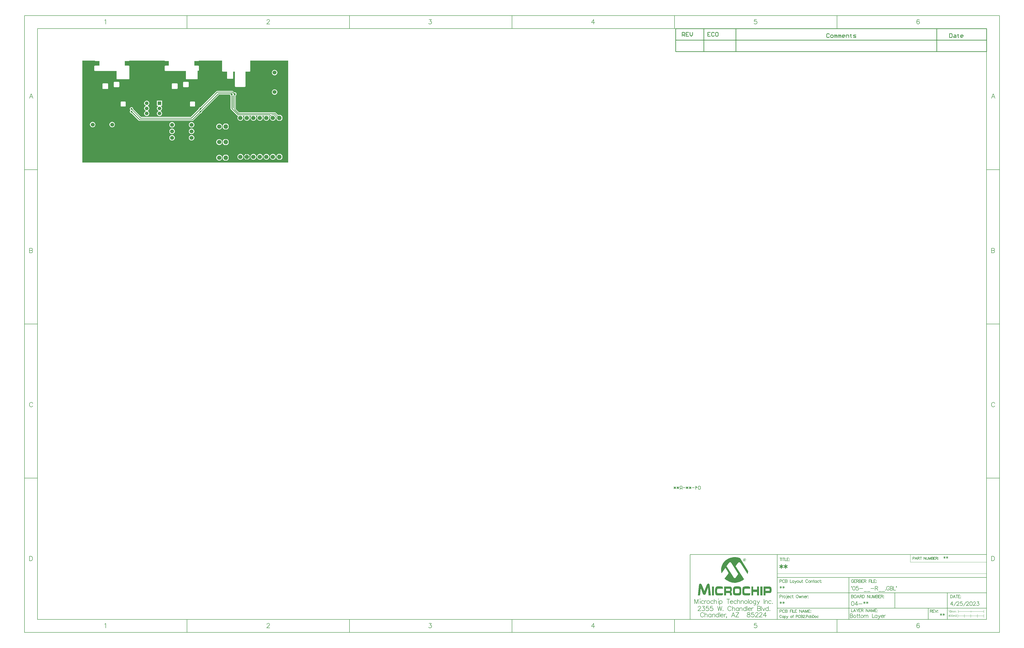
<source format=gbl>
G04*
G04 #@! TF.GenerationSoftware,Altium Limited,Altium Designer,22.10.1 (41)*
G04*
G04 Layer_Physical_Order=2*
G04 Layer_Color=16711680*
%FSLAX43Y43*%
%MOMM*%
G71*
G04*
G04 #@! TF.SameCoordinates,616D65FC-62BC-469B-91EF-3386A997E351*
G04*
G04*
G04 #@! TF.FilePolarity,Positive*
G04*
G01*
G75*
%ADD10C,0.200*%
%ADD11C,0.100*%
%ADD13C,0.254*%
%ADD14C,0.150*%
%ADD15C,0.178*%
%ADD17C,0.127*%
%ADD18C,0.180*%
%ADD19C,0.350*%
%ADD33R,1.400X1.400*%
%ADD43C,0.250*%
%ADD44C,1.524*%
%ADD45P,1.840X8X202.5*%
%ADD46C,1.700*%
%ADD47C,1.400*%
%ADD48C,0.700*%
%ADD49C,0.800*%
G36*
X80897Y510D02*
X510Y510D01*
X510Y40394D01*
X5358Y40394D01*
X5362Y40374D01*
X5428Y40275D01*
X5527Y40208D01*
X5644Y40185D01*
X7187Y40185D01*
X7187Y38406D01*
X5433Y38406D01*
X5316Y38383D01*
X5217Y38316D01*
X5151Y38217D01*
X5127Y38100D01*
X5127Y36662D01*
X5151Y36545D01*
X5217Y36446D01*
X5316Y36379D01*
X5433Y36356D01*
X13827Y36356D01*
X13827Y33412D01*
X13851Y33295D01*
X13917Y33196D01*
X14016Y33129D01*
X14133Y33106D01*
X18575Y33106D01*
X18692Y33129D01*
X18792Y33196D01*
X18858Y33295D01*
X18881Y33412D01*
X18881Y36662D01*
X18881Y38100D01*
X18858Y38217D01*
X18792Y38316D01*
X18692Y38383D01*
X18575Y38406D01*
X17103Y38406D01*
X17103Y40185D01*
X18575Y40185D01*
X18692Y40208D01*
X18792Y40275D01*
X18858Y40374D01*
X18862Y40394D01*
X32632Y40394D01*
X32636Y40374D01*
X32703Y40275D01*
X32802Y40208D01*
X32919Y40185D01*
X34271Y40185D01*
X34271Y38406D01*
X32919Y38406D01*
X32802Y38383D01*
X32703Y38316D01*
X32636Y38217D01*
X32613Y38100D01*
X32613Y36662D01*
X32636Y36545D01*
X32703Y36446D01*
X32802Y36379D01*
X32919Y36356D01*
X40935Y36356D01*
X40935Y33412D01*
X40959Y33295D01*
X41025Y33196D01*
X41124Y33129D01*
X41241Y33106D01*
X45241Y33106D01*
X45358Y33129D01*
X45458Y33196D01*
X45524Y33295D01*
X45547Y33412D01*
X45547Y36369D01*
X45753Y36369D01*
X45870Y36392D01*
X45970Y36459D01*
X46036Y36558D01*
X46059Y36675D01*
X46059Y38100D01*
X46036Y38217D01*
X45970Y38316D01*
X45870Y38383D01*
X45753Y38406D01*
X44281Y38406D01*
X44281Y40185D01*
X45753Y40185D01*
X45870Y40208D01*
X45970Y40275D01*
X46036Y40374D01*
X46040Y40394D01*
X55106Y40394D01*
X55106Y36398D01*
X55130Y36281D01*
X55196Y36182D01*
X55295Y36115D01*
X55412Y36092D01*
X57006Y36092D01*
X57006Y33598D01*
X57030Y33481D01*
X57096Y33382D01*
X57195Y33315D01*
X57312Y33292D01*
X59112Y33292D01*
X59229Y33315D01*
X59329Y33382D01*
X59395Y33481D01*
X59418Y33598D01*
X59418Y36092D01*
X60106Y36092D01*
X60106Y30398D01*
X60130Y30281D01*
X60196Y30182D01*
X60295Y30115D01*
X60412Y30092D01*
X63912Y30092D01*
X64029Y30115D01*
X64129Y30182D01*
X64195Y30281D01*
X64218Y30398D01*
X64218Y36092D01*
X65812Y36092D01*
X65929Y36115D01*
X66029Y36182D01*
X66095Y36281D01*
X66118Y36398D01*
X66118Y40394D01*
X80897Y40394D01*
X80897Y510D01*
X80897Y510D02*
G37*
G36*
X259338Y-154352D02*
X259423Y-154373D01*
X259528Y-154416D01*
X259634Y-154479D01*
X259719Y-154574D01*
X259782Y-154712D01*
X259793Y-154786D01*
X259804Y-154881D01*
X259804Y-154892D01*
X259804Y-154902D01*
X259793Y-154966D01*
X259772Y-155061D01*
X259740Y-155167D01*
X259666Y-155273D01*
X259571Y-155368D01*
X259507Y-155410D01*
X259433Y-155431D01*
X259349Y-155453D01*
X259253Y-155463D01*
X259211Y-155463D01*
X259169Y-155453D01*
X259116Y-155442D01*
X259042Y-155421D01*
X258978Y-155389D01*
X258904Y-155347D01*
X258841Y-155294D01*
X258830Y-155283D01*
X258819Y-155262D01*
X258788Y-155230D01*
X258756Y-155177D01*
X258724Y-155114D01*
X258703Y-155050D01*
X258682Y-154966D01*
X258671Y-154881D01*
X258671Y-154871D01*
X258671Y-154839D01*
X258682Y-154807D01*
X258693Y-154754D01*
X258714Y-154691D01*
X258745Y-154627D01*
X258788Y-154564D01*
X258841Y-154500D01*
X258851Y-154490D01*
X258872Y-154479D01*
X258904Y-154447D01*
X258957Y-154416D01*
X259021Y-154394D01*
X259084Y-154363D01*
X259169Y-154352D01*
X259253Y-154341D01*
X259274Y-154341D01*
X259338Y-154352D01*
X259338Y-154352D02*
G37*
G36*
X255624Y-153855D02*
X255730Y-153855D01*
X255846Y-153865D01*
X255984Y-153876D01*
X256121Y-153897D01*
X256280Y-153918D01*
X256449Y-153950D01*
X256788Y-154024D01*
X257148Y-154130D01*
X257497Y-154267D01*
X260671Y-159304D01*
X260671Y-159315D01*
X260671Y-159347D01*
X260661Y-159399D01*
X260661Y-159463D01*
X260650Y-159548D01*
X260629Y-159632D01*
X260587Y-159844D01*
X260587Y-159855D01*
X260576Y-159897D01*
X260565Y-159950D01*
X260544Y-160034D01*
X260513Y-160130D01*
X260491Y-160235D01*
X260417Y-160468D01*
X257666Y-156172D01*
X257655Y-156162D01*
X257624Y-156119D01*
X257581Y-156066D01*
X257529Y-156003D01*
X257454Y-155939D01*
X257370Y-155886D01*
X257275Y-155844D01*
X257169Y-155833D01*
X257126Y-155833D01*
X257084Y-155855D01*
X257021Y-155876D01*
X256957Y-155908D01*
X256883Y-155971D01*
X256798Y-156045D01*
X256714Y-156151D01*
X255793Y-157410D01*
X259031Y-162510D01*
X259010Y-162521D01*
X258957Y-162574D01*
X258872Y-162637D01*
X258756Y-162722D01*
X258608Y-162828D01*
X258428Y-162944D01*
X258216Y-163071D01*
X257984Y-163198D01*
X257719Y-163325D01*
X257433Y-163452D01*
X257126Y-163569D01*
X256798Y-163674D01*
X256449Y-163759D01*
X256079Y-163823D01*
X255687Y-163876D01*
X255285Y-163886D01*
X255190Y-163886D01*
X255137Y-163876D01*
X255074Y-163876D01*
X254915Y-163865D01*
X254724Y-163833D01*
X254502Y-163801D01*
X254248Y-163749D01*
X253984Y-163674D01*
X253687Y-163590D01*
X253381Y-163484D01*
X253063Y-163346D01*
X252746Y-163188D01*
X252418Y-162997D01*
X252090Y-162775D01*
X251772Y-162521D01*
X251465Y-162235D01*
X252841Y-160341D01*
X252851Y-160331D01*
X252862Y-160310D01*
X252873Y-160278D01*
X252883Y-160235D01*
X252894Y-160183D01*
X252915Y-160119D01*
X252926Y-160034D01*
X252926Y-160024D01*
X252926Y-160003D01*
X252915Y-159971D01*
X252904Y-159929D01*
X252894Y-159876D01*
X252862Y-159812D01*
X252830Y-159738D01*
X252777Y-159653D01*
X251762Y-158066D01*
X250248Y-160161D01*
X250248Y-160151D01*
X250238Y-160130D01*
X250227Y-160098D01*
X250217Y-160045D01*
X250206Y-159992D01*
X250195Y-159918D01*
X250164Y-159749D01*
X250121Y-159548D01*
X250100Y-159315D01*
X250079Y-159061D01*
X250068Y-158786D01*
X250068Y-158775D01*
X250068Y-158765D01*
X250068Y-158701D01*
X250079Y-158595D01*
X250090Y-158458D01*
X250111Y-158288D01*
X250143Y-158087D01*
X250195Y-157865D01*
X250248Y-157622D01*
X250322Y-157368D01*
X250418Y-157093D01*
X250545Y-156818D01*
X250682Y-156521D01*
X250852Y-156236D01*
X251042Y-155950D01*
X251264Y-155664D01*
X251518Y-155389D01*
X251539Y-155368D01*
X251592Y-155326D01*
X251677Y-155241D01*
X251793Y-155146D01*
X251952Y-155029D01*
X252132Y-154902D01*
X252344Y-154765D01*
X252587Y-154617D01*
X252862Y-154468D01*
X253158Y-154331D01*
X253476Y-154204D01*
X253825Y-154088D01*
X254195Y-153982D01*
X254587Y-153908D01*
X255000Y-153865D01*
X255433Y-153844D01*
X255550Y-153844D01*
X255624Y-153855D01*
X255624Y-153855D02*
G37*
G36*
X260893Y-165315D02*
X260978Y-165315D01*
X261052Y-165325D01*
X261105Y-165336D01*
X261116Y-165336D01*
X261147Y-165346D01*
X261190Y-165368D01*
X261243Y-165399D01*
X261296Y-165442D01*
X261348Y-165505D01*
X261391Y-165579D01*
X261423Y-165674D01*
X261423Y-165685D01*
X261423Y-165706D01*
X261433Y-165748D01*
X261433Y-165812D01*
X261433Y-165886D01*
X261444Y-165981D01*
X261444Y-166098D01*
X261444Y-166225D01*
X259560Y-166182D01*
X259539Y-166182D01*
X259497Y-166193D01*
X259423Y-166214D01*
X259349Y-166267D01*
X259264Y-166341D01*
X259232Y-166405D01*
X259190Y-166468D01*
X259169Y-166542D01*
X259148Y-166637D01*
X259126Y-166743D01*
X259126Y-166870D01*
X259126Y-167262D01*
X259126Y-167272D01*
X259126Y-167293D01*
X259126Y-167325D01*
X259137Y-167367D01*
X259148Y-167484D01*
X259179Y-167600D01*
X259232Y-167727D01*
X259306Y-167844D01*
X259349Y-167886D01*
X259412Y-167918D01*
X259476Y-167939D01*
X259550Y-167949D01*
X261475Y-167949D01*
X261475Y-167960D01*
X261475Y-167971D01*
X261475Y-168034D01*
X261475Y-168129D01*
X261465Y-168246D01*
X261454Y-168362D01*
X261433Y-168468D01*
X261401Y-168563D01*
X261370Y-168637D01*
X261359Y-168648D01*
X261338Y-168669D01*
X261306Y-168690D01*
X261243Y-168722D01*
X261158Y-168764D01*
X261052Y-168785D01*
X260904Y-168807D01*
X260735Y-168817D01*
X259370Y-168817D01*
X259327Y-168807D01*
X259211Y-168796D01*
X259073Y-168775D01*
X258925Y-168732D01*
X258777Y-168669D01*
X258650Y-168574D01*
X258544Y-168457D01*
X258534Y-168447D01*
X258523Y-168404D01*
X258491Y-168341D01*
X258470Y-168246D01*
X258439Y-168119D01*
X258407Y-167971D01*
X258396Y-167791D01*
X258386Y-167590D01*
X258386Y-166563D01*
X258386Y-166553D01*
X258386Y-166521D01*
X258386Y-166479D01*
X258396Y-166426D01*
X258396Y-166352D01*
X258407Y-166278D01*
X258439Y-166098D01*
X258491Y-165907D01*
X258555Y-165727D01*
X258661Y-165558D01*
X258724Y-165495D01*
X258798Y-165442D01*
X258809Y-165431D01*
X258841Y-165420D01*
X258883Y-165399D01*
X258957Y-165368D01*
X259042Y-165346D01*
X259158Y-165325D01*
X259285Y-165315D01*
X259433Y-165304D01*
X260809Y-165304D01*
X260893Y-165315D01*
X260893Y-165315D02*
G37*
G36*
X264904Y-168796D02*
X264174Y-168796D01*
X264174Y-167484D01*
X262618Y-167484D01*
X262618Y-168796D01*
X261930Y-168796D01*
X261930Y-165336D01*
X262618Y-165336D01*
X262618Y-166563D01*
X264174Y-166563D01*
X264174Y-165336D01*
X264904Y-165336D01*
X264904Y-168796D01*
X264904Y-168796D02*
G37*
G36*
X245211Y-164204D02*
X245275Y-164225D01*
X245349Y-164256D01*
X245434Y-164320D01*
X245508Y-164415D01*
X245540Y-164479D01*
X245561Y-164553D01*
X245592Y-164637D01*
X245603Y-164733D01*
X246069Y-168796D01*
X245201Y-168796D01*
X244958Y-165875D01*
X244947Y-165875D01*
X244048Y-168214D01*
X244037Y-168235D01*
X244016Y-168277D01*
X243984Y-168341D01*
X243931Y-168404D01*
X243857Y-168479D01*
X243772Y-168542D01*
X243667Y-168584D01*
X243540Y-168606D01*
X243518Y-168606D01*
X243476Y-168595D01*
X243413Y-168584D01*
X243328Y-168553D01*
X243233Y-168510D01*
X243148Y-168436D01*
X243063Y-168341D01*
X243000Y-168214D01*
X242111Y-165918D01*
X242100Y-165918D01*
X241847Y-168796D01*
X241000Y-168796D01*
X241444Y-164690D01*
X241444Y-164680D01*
X241444Y-164669D01*
X241466Y-164616D01*
X241487Y-164532D01*
X241529Y-164436D01*
X241582Y-164352D01*
X241667Y-164267D01*
X241772Y-164214D01*
X241836Y-164193D01*
X241931Y-164193D01*
X241984Y-164204D01*
X242058Y-164214D01*
X242153Y-164246D01*
X242259Y-164309D01*
X242365Y-164394D01*
X242460Y-164500D01*
X242503Y-164574D01*
X242534Y-164659D01*
X243518Y-167166D01*
X243540Y-167166D01*
X244524Y-164659D01*
X244524Y-164648D01*
X244534Y-164637D01*
X244555Y-164584D01*
X244608Y-164510D01*
X244672Y-164426D01*
X244756Y-164341D01*
X244862Y-164267D01*
X244989Y-164214D01*
X245063Y-164193D01*
X245169Y-164193D01*
X245211Y-164204D01*
X245211Y-164204D02*
G37*
G36*
X269031Y-165346D02*
X269137Y-165368D01*
X269274Y-165410D01*
X269412Y-165473D01*
X269539Y-165579D01*
X269602Y-165643D01*
X269655Y-165727D01*
X269697Y-165812D01*
X269729Y-165918D01*
X269729Y-165928D01*
X269740Y-165960D01*
X269750Y-166013D01*
X269761Y-166077D01*
X269771Y-166172D01*
X269782Y-166278D01*
X269793Y-166394D01*
X269793Y-166532D01*
X269793Y-166796D01*
X269793Y-166807D01*
X269793Y-166828D01*
X269793Y-166849D01*
X269793Y-166891D01*
X269782Y-167008D01*
X269771Y-167135D01*
X269740Y-167283D01*
X269708Y-167431D01*
X269655Y-167579D01*
X269581Y-167695D01*
X269570Y-167706D01*
X269549Y-167727D01*
X269518Y-167770D01*
X269465Y-167801D01*
X269401Y-167844D01*
X269316Y-167886D01*
X269221Y-167907D01*
X269115Y-167918D01*
X267401Y-167918D01*
X267401Y-168796D01*
X266682Y-168796D01*
X266682Y-165336D01*
X268988Y-165336D01*
X269031Y-165346D01*
X269031Y-165346D02*
G37*
G36*
X266216Y-168796D02*
X265412Y-168796D01*
X265412Y-165336D01*
X266216Y-165336D01*
X266216Y-168796D01*
X266216Y-168796D02*
G37*
G36*
X253677Y-165346D02*
X253719Y-165346D01*
X253836Y-165389D01*
X253888Y-165420D01*
X253963Y-165463D01*
X254026Y-165516D01*
X254079Y-165590D01*
X254142Y-165664D01*
X254195Y-165770D01*
X254238Y-165886D01*
X254269Y-166024D01*
X254291Y-166182D01*
X254301Y-166362D01*
X254301Y-166574D01*
X254301Y-166584D01*
X254301Y-166606D01*
X254301Y-166637D01*
X254291Y-166690D01*
X254280Y-166807D01*
X254248Y-166955D01*
X254206Y-167103D01*
X254132Y-167251D01*
X254037Y-167367D01*
X253984Y-167410D01*
X253910Y-167442D01*
X253910Y-167452D01*
X253931Y-167463D01*
X253973Y-167473D01*
X254037Y-167516D01*
X254111Y-167590D01*
X254174Y-167685D01*
X254238Y-167822D01*
X254269Y-167897D01*
X254280Y-167992D01*
X254301Y-168098D01*
X254301Y-168214D01*
X254301Y-168796D01*
X253571Y-168796D01*
X253571Y-168383D01*
X253571Y-168373D01*
X253571Y-168341D01*
X253571Y-168288D01*
X253571Y-168235D01*
X253560Y-168108D01*
X253550Y-168055D01*
X253539Y-168024D01*
X253539Y-168013D01*
X253529Y-168002D01*
X253486Y-167949D01*
X253402Y-167907D01*
X253349Y-167897D01*
X253285Y-167886D01*
X251994Y-167886D01*
X251994Y-168796D01*
X251264Y-168796D01*
X251264Y-165336D01*
X253645Y-165336D01*
X253677Y-165346D01*
X253677Y-165346D02*
G37*
G36*
X247307Y-168796D02*
X246492Y-168796D01*
X246492Y-165336D01*
X247307Y-165336D01*
X247307Y-168796D01*
X247307Y-168796D02*
G37*
G36*
X257148Y-165315D02*
X257275Y-165346D01*
X257412Y-165378D01*
X257550Y-165431D01*
X257666Y-165505D01*
X257761Y-165611D01*
X257772Y-165622D01*
X257793Y-165664D01*
X257835Y-165738D01*
X257878Y-165844D01*
X257909Y-165971D01*
X257952Y-166129D01*
X257973Y-166320D01*
X257984Y-166542D01*
X257984Y-167579D01*
X257984Y-167590D01*
X257984Y-167621D01*
X257984Y-167664D01*
X257973Y-167727D01*
X257973Y-167812D01*
X257962Y-167897D01*
X257920Y-168087D01*
X257857Y-168288D01*
X257772Y-168479D01*
X257708Y-168563D01*
X257645Y-168637D01*
X257560Y-168701D01*
X257476Y-168754D01*
X257465Y-168754D01*
X257444Y-168764D01*
X257391Y-168775D01*
X257338Y-168785D01*
X257253Y-168796D01*
X257169Y-168807D01*
X257063Y-168817D01*
X255730Y-168817D01*
X255687Y-168807D01*
X255571Y-168796D01*
X255444Y-168775D01*
X255306Y-168732D01*
X255158Y-168680D01*
X255031Y-168595D01*
X254925Y-168489D01*
X254915Y-168479D01*
X254894Y-168436D01*
X254862Y-168362D01*
X254830Y-168267D01*
X254798Y-168140D01*
X254767Y-167981D01*
X254746Y-167801D01*
X254735Y-167579D01*
X254735Y-166542D01*
X254735Y-166532D01*
X254735Y-166500D01*
X254735Y-166447D01*
X254746Y-166383D01*
X254756Y-166299D01*
X254767Y-166203D01*
X254809Y-166002D01*
X254883Y-165801D01*
X254936Y-165696D01*
X254989Y-165600D01*
X255063Y-165516D01*
X255137Y-165442D01*
X255232Y-165389D01*
X255338Y-165346D01*
X255349Y-165346D01*
X255370Y-165336D01*
X255412Y-165336D01*
X255465Y-165325D01*
X255529Y-165315D01*
X255603Y-165315D01*
X255783Y-165304D01*
X257042Y-165304D01*
X257148Y-165315D01*
X257148Y-165315D02*
G37*
G36*
X250079Y-165315D02*
X250248Y-165325D01*
X250407Y-165336D01*
X250471Y-165346D01*
X250534Y-165357D01*
X250576Y-165368D01*
X250608Y-165378D01*
X250619Y-165389D01*
X250640Y-165410D01*
X250672Y-165452D01*
X250703Y-165526D01*
X250735Y-165622D01*
X250756Y-165696D01*
X250767Y-165770D01*
X250777Y-165854D01*
X250788Y-165950D01*
X250799Y-166055D01*
X250799Y-166182D01*
X248904Y-166182D01*
X248862Y-166193D01*
X248820Y-166203D01*
X248714Y-166235D01*
X248661Y-166278D01*
X248619Y-166320D01*
X248619Y-166330D01*
X248598Y-166352D01*
X248587Y-166383D01*
X248566Y-166436D01*
X248545Y-166510D01*
X248524Y-166606D01*
X248513Y-166733D01*
X248502Y-166870D01*
X248502Y-167262D01*
X248502Y-167283D01*
X248502Y-167325D01*
X248502Y-167399D01*
X248513Y-167473D01*
X248513Y-167569D01*
X248524Y-167653D01*
X248534Y-167727D01*
X248555Y-167780D01*
X248555Y-167791D01*
X248576Y-167801D01*
X248598Y-167833D01*
X248640Y-167865D01*
X248682Y-167897D01*
X248746Y-167918D01*
X248820Y-167939D01*
X248915Y-167949D01*
X250852Y-167949D01*
X250852Y-167960D01*
X250852Y-167971D01*
X250852Y-168034D01*
X250852Y-168119D01*
X250841Y-168225D01*
X250830Y-168330D01*
X250809Y-168436D01*
X250777Y-168531D01*
X250746Y-168606D01*
X250735Y-168616D01*
X250714Y-168637D01*
X250672Y-168669D01*
X250619Y-168711D01*
X250523Y-168754D01*
X250418Y-168785D01*
X250270Y-168807D01*
X250100Y-168817D01*
X248703Y-168817D01*
X248598Y-168807D01*
X248481Y-168785D01*
X248344Y-168754D01*
X248206Y-168701D01*
X248079Y-168637D01*
X247973Y-168542D01*
X247963Y-168531D01*
X247942Y-168489D01*
X247899Y-168415D01*
X247857Y-168320D01*
X247815Y-168182D01*
X247772Y-168024D01*
X247751Y-167822D01*
X247741Y-167579D01*
X247741Y-166542D01*
X247741Y-166532D01*
X247741Y-166489D01*
X247741Y-166436D01*
X247751Y-166373D01*
X247762Y-166278D01*
X247783Y-166182D01*
X247836Y-165971D01*
X247920Y-165759D01*
X247973Y-165653D01*
X248047Y-165558D01*
X248132Y-165473D01*
X248227Y-165399D01*
X248333Y-165346D01*
X248460Y-165315D01*
X248513Y-165315D01*
X248555Y-165304D01*
X249910Y-165304D01*
X250079Y-165315D01*
X250079Y-165315D02*
G37*
%LPC*%
G36*
X75738Y36773D02*
X75459Y36773D01*
X75188Y36700D01*
X74946Y36561D01*
X74749Y36363D01*
X74609Y36121D01*
X74536Y35851D01*
X74536Y35571D01*
X74609Y35301D01*
X74749Y35059D01*
X74946Y34861D01*
X75188Y34721D01*
X75459Y34649D01*
X75738Y34649D01*
X76008Y34721D01*
X76250Y34861D01*
X76448Y35059D01*
X76588Y35301D01*
X76660Y35571D01*
X76660Y35851D01*
X76588Y36121D01*
X76448Y36363D01*
X76250Y36561D01*
X76008Y36700D01*
X75738Y36773D01*
X75738Y36773D02*
G37*
G36*
X41741Y32118D02*
X40141Y32118D01*
X40024Y32095D01*
X39925Y32028D01*
X39859Y31929D01*
X39835Y31812D01*
X39835Y30312D01*
X39859Y30195D01*
X39925Y30096D01*
X40024Y30029D01*
X40141Y30006D01*
X41741Y30006D01*
X41858Y30029D01*
X41958Y30096D01*
X42024Y30195D01*
X42047Y30312D01*
X42047Y31812D01*
X42024Y31929D01*
X41958Y32028D01*
X41858Y32095D01*
X41741Y32118D01*
X41741Y32118D02*
G37*
G36*
X14633Y32118D02*
X13033Y32118D01*
X12916Y32095D01*
X12817Y32028D01*
X12751Y31929D01*
X12727Y31812D01*
X12727Y30312D01*
X12751Y30195D01*
X12817Y30096D01*
X12916Y30029D01*
X13033Y30006D01*
X14633Y30006D01*
X14750Y30029D01*
X14850Y30096D01*
X14916Y30195D01*
X14939Y30312D01*
X14939Y31812D01*
X14916Y31929D01*
X14850Y32028D01*
X14750Y32095D01*
X14633Y32118D01*
X14633Y32118D02*
G37*
G36*
X37391Y31518D02*
X35741Y31518D01*
X35624Y31495D01*
X35525Y31428D01*
X35459Y31329D01*
X35435Y31212D01*
X35435Y29612D01*
X35459Y29495D01*
X35525Y29396D01*
X35624Y29329D01*
X35741Y29306D01*
X37391Y29306D01*
X37508Y29329D01*
X37608Y29396D01*
X37674Y29495D01*
X37697Y29612D01*
X37697Y31212D01*
X37674Y31329D01*
X37608Y31428D01*
X37508Y31495D01*
X37391Y31518D01*
X37391Y31518D02*
G37*
G36*
X10283Y31518D02*
X8633Y31518D01*
X8516Y31495D01*
X8417Y31428D01*
X8351Y31329D01*
X8327Y31212D01*
X8327Y29612D01*
X8351Y29495D01*
X8417Y29396D01*
X8516Y29329D01*
X8633Y29306D01*
X10283Y29306D01*
X10400Y29329D01*
X10500Y29396D01*
X10566Y29495D01*
X10589Y29612D01*
X10589Y31212D01*
X10566Y31329D01*
X10500Y31428D01*
X10400Y31495D01*
X10283Y31518D01*
X10283Y31518D02*
G37*
G36*
X75738Y29147D02*
X75458Y29147D01*
X75188Y29075D01*
X74946Y28935D01*
X74748Y28737D01*
X74609Y28495D01*
X74536Y28225D01*
X74536Y27945D01*
X74609Y27675D01*
X74748Y27433D01*
X74946Y27235D01*
X75188Y27095D01*
X75458Y27023D01*
X75738Y27023D01*
X76008Y27095D01*
X76250Y27235D01*
X76448Y27433D01*
X76588Y27675D01*
X76660Y27945D01*
X76660Y28225D01*
X76588Y28495D01*
X76448Y28737D01*
X76250Y28935D01*
X76008Y29075D01*
X75738Y29147D01*
X75738Y29147D02*
G37*
G36*
X44241Y24418D02*
X42841Y24418D01*
X42724Y24395D01*
X42625Y24328D01*
X42559Y24229D01*
X42535Y24112D01*
X42535Y22712D01*
X42559Y22595D01*
X42625Y22496D01*
X42724Y22429D01*
X42841Y22406D01*
X44241Y22406D01*
X44358Y22429D01*
X44458Y22496D01*
X44524Y22595D01*
X44547Y22712D01*
X44547Y24112D01*
X44524Y24229D01*
X44458Y24328D01*
X44358Y24395D01*
X44241Y24418D01*
X44241Y24418D02*
G37*
G36*
X17133Y24418D02*
X15733Y24418D01*
X15616Y24395D01*
X15517Y24328D01*
X15451Y24229D01*
X15427Y24112D01*
X15427Y22712D01*
X15451Y22595D01*
X15517Y22496D01*
X15616Y22429D01*
X15733Y22406D01*
X17133Y22406D01*
X17250Y22429D01*
X17350Y22496D01*
X17416Y22595D01*
X17439Y22712D01*
X17439Y24112D01*
X17416Y24229D01*
X17350Y24328D01*
X17250Y24395D01*
X17133Y24418D01*
X17133Y24418D02*
G37*
G36*
X31640Y24712D02*
X29640Y24712D01*
X29640Y22712D01*
X30118Y22712D01*
X30152Y22585D01*
X30026Y22512D01*
X29840Y22326D01*
X29708Y22098D01*
X29640Y21844D01*
X29640Y21580D01*
X29708Y21326D01*
X29840Y21098D01*
X30026Y20912D01*
X30254Y20780D01*
X30263Y20778D01*
X30263Y20646D01*
X30254Y20644D01*
X30026Y20512D01*
X29840Y20326D01*
X29708Y20098D01*
X29640Y19844D01*
X29640Y19580D01*
X29708Y19326D01*
X29840Y19098D01*
X30026Y18912D01*
X30254Y18780D01*
X30509Y18712D01*
X30772Y18712D01*
X31026Y18780D01*
X31254Y18912D01*
X31441Y19098D01*
X31572Y19326D01*
X31640Y19580D01*
X31640Y19844D01*
X31572Y20098D01*
X31441Y20326D01*
X31254Y20512D01*
X31026Y20644D01*
X31017Y20646D01*
X31017Y20778D01*
X31026Y20780D01*
X31254Y20912D01*
X31441Y21098D01*
X31572Y21326D01*
X31640Y21580D01*
X31640Y21844D01*
X31572Y22098D01*
X31441Y22326D01*
X31254Y22512D01*
X31128Y22585D01*
X31162Y22712D01*
X31640Y22712D01*
X31640Y24712D01*
X31640Y24712D02*
G37*
G36*
X25772Y24712D02*
X25509Y24712D01*
X25254Y24644D01*
X25026Y24512D01*
X24840Y24326D01*
X24708Y24098D01*
X24640Y23844D01*
X24640Y23580D01*
X24708Y23326D01*
X24840Y23098D01*
X25026Y22912D01*
X25254Y22780D01*
X25263Y22778D01*
X25263Y22646D01*
X25254Y22644D01*
X25026Y22512D01*
X24840Y22326D01*
X24708Y22098D01*
X24640Y21844D01*
X24640Y21580D01*
X24708Y21326D01*
X24840Y21098D01*
X25026Y20912D01*
X25254Y20780D01*
X25263Y20778D01*
X25263Y20646D01*
X25254Y20644D01*
X25026Y20512D01*
X24840Y20326D01*
X24708Y20098D01*
X24640Y19844D01*
X24640Y19580D01*
X24708Y19326D01*
X24840Y19098D01*
X25026Y18912D01*
X25254Y18780D01*
X25509Y18712D01*
X25772Y18712D01*
X26026Y18780D01*
X26254Y18912D01*
X26441Y19098D01*
X26572Y19326D01*
X26640Y19580D01*
X26640Y19844D01*
X26572Y20098D01*
X26441Y20326D01*
X26254Y20512D01*
X26026Y20644D01*
X26017Y20646D01*
X26017Y20778D01*
X26026Y20780D01*
X26254Y20912D01*
X26441Y21098D01*
X26572Y21326D01*
X26640Y21580D01*
X26640Y21844D01*
X26572Y22098D01*
X26441Y22326D01*
X26254Y22512D01*
X26026Y22644D01*
X26017Y22646D01*
X26017Y22778D01*
X26026Y22780D01*
X26254Y22912D01*
X26441Y23098D01*
X26572Y23326D01*
X26640Y23580D01*
X26640Y23844D01*
X26572Y24098D01*
X26441Y24326D01*
X26254Y24512D01*
X26026Y24644D01*
X25772Y24712D01*
X25772Y24712D02*
G37*
G36*
X59133Y28513D02*
X53171Y28513D01*
X53005Y28480D01*
X52865Y28386D01*
X46641Y22162D01*
X46518Y22162D01*
X46352Y22118D01*
X46204Y22032D01*
X46083Y21911D01*
X45998Y21763D01*
X45953Y21598D01*
X45953Y21475D01*
X42819Y18340D01*
X23468Y18340D01*
X20333Y21475D01*
X20333Y21598D01*
X20289Y21763D01*
X20203Y21911D01*
X20082Y22032D01*
X19934Y22118D01*
X19769Y22162D01*
X19598Y22162D01*
X19432Y22118D01*
X19284Y22032D01*
X19163Y21911D01*
X19078Y21763D01*
X19033Y21598D01*
X19033Y21426D01*
X19078Y21261D01*
X19163Y21113D01*
X19229Y21047D01*
X19270Y20962D01*
X19229Y20877D01*
X19163Y20811D01*
X19078Y20663D01*
X19033Y20498D01*
X19033Y20326D01*
X19078Y20161D01*
X19163Y20013D01*
X19284Y19892D01*
X19432Y19806D01*
X19598Y19762D01*
X19721Y19762D01*
X22517Y16966D01*
X22657Y16872D01*
X22823Y16839D01*
X43463Y16839D01*
X43629Y16872D01*
X43770Y16966D01*
X46566Y19762D01*
X46689Y19762D01*
X46854Y19806D01*
X47002Y19892D01*
X47123Y20013D01*
X47209Y20161D01*
X47253Y20326D01*
X47253Y20449D01*
X53838Y27033D01*
X53873Y27086D01*
X58146Y27086D01*
X58160Y27035D01*
X58252Y26875D01*
X58379Y26748D01*
X58379Y21750D01*
X58412Y21584D01*
X58506Y21443D01*
X61036Y18914D01*
X61176Y18820D01*
X61243Y18806D01*
X61266Y18773D01*
X61297Y18666D01*
X61165Y18439D01*
X61087Y18146D01*
X61087Y17844D01*
X61165Y17551D01*
X61317Y17289D01*
X61531Y17075D01*
X61793Y16923D01*
X62086Y16845D01*
X62388Y16845D01*
X62681Y16923D01*
X62943Y17075D01*
X63157Y17289D01*
X63309Y17551D01*
X63387Y17844D01*
X63387Y18146D01*
X63309Y18439D01*
X63181Y18660D01*
X63238Y18787D01*
X63776Y18787D01*
X63833Y18660D01*
X63705Y18439D01*
X63627Y18146D01*
X63627Y17844D01*
X63705Y17551D01*
X63857Y17289D01*
X64071Y17075D01*
X64333Y16923D01*
X64626Y16845D01*
X64928Y16845D01*
X65221Y16923D01*
X65483Y17075D01*
X65697Y17289D01*
X65849Y17551D01*
X65927Y17844D01*
X65927Y18146D01*
X65849Y18439D01*
X65721Y18660D01*
X65778Y18787D01*
X66316Y18787D01*
X66373Y18660D01*
X66245Y18439D01*
X66167Y18146D01*
X66167Y17844D01*
X66245Y17551D01*
X66397Y17289D01*
X66611Y17075D01*
X66873Y16923D01*
X67166Y16845D01*
X67468Y16845D01*
X67761Y16923D01*
X68023Y17075D01*
X68237Y17289D01*
X68389Y17551D01*
X68467Y17844D01*
X68467Y18146D01*
X68389Y18439D01*
X68261Y18660D01*
X68318Y18787D01*
X68856Y18787D01*
X68913Y18660D01*
X68785Y18439D01*
X68707Y18146D01*
X68707Y17844D01*
X68785Y17551D01*
X68937Y17289D01*
X69151Y17075D01*
X69413Y16923D01*
X69706Y16845D01*
X70008Y16845D01*
X70301Y16923D01*
X70563Y17075D01*
X70777Y17289D01*
X70929Y17551D01*
X71007Y17844D01*
X71007Y18146D01*
X70929Y18439D01*
X70801Y18660D01*
X70858Y18787D01*
X71396Y18787D01*
X71453Y18660D01*
X71325Y18439D01*
X71247Y18146D01*
X71247Y17844D01*
X71325Y17551D01*
X71477Y17289D01*
X71691Y17075D01*
X71953Y16923D01*
X72246Y16845D01*
X72548Y16845D01*
X72841Y16923D01*
X73103Y17075D01*
X73317Y17289D01*
X73469Y17551D01*
X73547Y17844D01*
X73547Y18146D01*
X73469Y18439D01*
X73341Y18660D01*
X73398Y18787D01*
X73533Y18787D01*
X73871Y18448D01*
X73865Y18439D01*
X73787Y18146D01*
X73787Y17844D01*
X73865Y17551D01*
X74017Y17289D01*
X74231Y17075D01*
X74493Y16923D01*
X74786Y16845D01*
X75088Y16845D01*
X75381Y16923D01*
X75643Y17075D01*
X75857Y17289D01*
X76009Y17551D01*
X76087Y17844D01*
X76087Y18146D01*
X76009Y18439D01*
X75857Y18701D01*
X75643Y18915D01*
X75381Y19067D01*
X75088Y19145D01*
X74786Y19145D01*
X74493Y19067D01*
X74484Y19061D01*
X74375Y19169D01*
X74424Y19287D01*
X75573Y19287D01*
X76327Y18532D01*
X76327Y17420D01*
X76902Y16845D01*
X78052Y16845D01*
X78627Y17420D01*
X78627Y18570D01*
X78052Y19145D01*
X76940Y19145D01*
X76058Y20026D01*
X75918Y20120D01*
X75752Y20153D01*
X61729Y20153D01*
X60446Y21436D01*
X60446Y26748D01*
X60572Y26875D01*
X60665Y27035D01*
X60712Y27213D01*
X60712Y27397D01*
X60665Y27575D01*
X60572Y27735D01*
X60442Y27865D01*
X60283Y27957D01*
X60104Y28005D01*
X59920Y28005D01*
X59842Y27984D01*
X59440Y28386D01*
X59299Y28480D01*
X59133Y28513D01*
X59133Y28513D02*
G37*
G36*
X4647Y16429D02*
X4368Y16429D01*
X4098Y16357D01*
X3855Y16217D01*
X3658Y16019D01*
X3518Y15777D01*
X3446Y15507D01*
X3446Y15227D01*
X3518Y14957D01*
X3658Y14715D01*
X3855Y14517D01*
X4098Y14378D01*
X4368Y14305D01*
X4647Y14305D01*
X4917Y14378D01*
X5160Y14517D01*
X5357Y14715D01*
X5497Y14957D01*
X5570Y15227D01*
X5570Y15507D01*
X5497Y15777D01*
X5357Y16019D01*
X5160Y16217D01*
X4917Y16357D01*
X4647Y16429D01*
X4647Y16429D02*
G37*
G36*
X12273Y16429D02*
X11993Y16429D01*
X11723Y16357D01*
X11481Y16217D01*
X11284Y16019D01*
X11144Y15777D01*
X11071Y15507D01*
X11071Y15227D01*
X11144Y14957D01*
X11284Y14715D01*
X11481Y14517D01*
X11723Y14377D01*
X11993Y14305D01*
X12273Y14305D01*
X12543Y14377D01*
X12785Y14517D01*
X12983Y14715D01*
X13123Y14957D01*
X13195Y15227D01*
X13195Y15507D01*
X13123Y15777D01*
X12983Y16019D01*
X12785Y16217D01*
X12543Y16357D01*
X12273Y16429D01*
X12273Y16429D02*
G37*
G36*
X43301Y16329D02*
X43021Y16329D01*
X42751Y16257D01*
X42509Y16117D01*
X42312Y15919D01*
X42172Y15677D01*
X42099Y15407D01*
X42099Y15127D01*
X42172Y14857D01*
X42312Y14615D01*
X42509Y14417D01*
X42751Y14277D01*
X43021Y14205D01*
X43301Y14205D01*
X43571Y14277D01*
X43813Y14417D01*
X44011Y14615D01*
X44151Y14857D01*
X44223Y15127D01*
X44223Y15407D01*
X44151Y15677D01*
X44011Y15919D01*
X43813Y16117D01*
X43571Y16257D01*
X43301Y16329D01*
X43301Y16329D02*
G37*
G36*
X35681Y16329D02*
X35402Y16329D01*
X35131Y16257D01*
X34889Y16117D01*
X34692Y15919D01*
X34552Y15677D01*
X34479Y15407D01*
X34479Y15127D01*
X34552Y14857D01*
X34692Y14615D01*
X34889Y14417D01*
X35131Y14277D01*
X35402Y14205D01*
X35681Y14205D01*
X35951Y14277D01*
X36193Y14417D01*
X36391Y14615D01*
X36531Y14857D01*
X36603Y15127D01*
X36603Y15407D01*
X36531Y15677D01*
X36391Y15919D01*
X36193Y16117D01*
X35951Y16257D01*
X35681Y16329D01*
X35681Y16329D02*
G37*
G36*
X57090Y15755D02*
X55940Y15755D01*
X55365Y15180D01*
X55365Y14030D01*
X55940Y13455D01*
X57090Y13455D01*
X57665Y14030D01*
X57665Y15180D01*
X57090Y15755D01*
X57090Y15755D02*
G37*
G36*
X54126Y15755D02*
X53824Y15755D01*
X53531Y15677D01*
X53269Y15525D01*
X53055Y15311D01*
X52903Y15049D01*
X52825Y14756D01*
X52825Y14454D01*
X52903Y14161D01*
X53055Y13899D01*
X53269Y13685D01*
X53531Y13533D01*
X53824Y13455D01*
X54126Y13455D01*
X54419Y13533D01*
X54681Y13685D01*
X54895Y13899D01*
X55047Y14161D01*
X55125Y14454D01*
X55125Y14756D01*
X55047Y15049D01*
X54895Y15311D01*
X54681Y15525D01*
X54419Y15677D01*
X54126Y15755D01*
X54126Y15755D02*
G37*
G36*
X43301Y13789D02*
X43021Y13789D01*
X42751Y13717D01*
X42509Y13577D01*
X42312Y13379D01*
X42172Y13137D01*
X42099Y12867D01*
X42099Y12587D01*
X42172Y12317D01*
X42312Y12075D01*
X42509Y11877D01*
X42751Y11737D01*
X43021Y11665D01*
X43301Y11665D01*
X43571Y11737D01*
X43813Y11877D01*
X44011Y12075D01*
X44151Y12317D01*
X44223Y12587D01*
X44223Y12867D01*
X44151Y13137D01*
X44011Y13379D01*
X43813Y13577D01*
X43571Y13717D01*
X43301Y13789D01*
X43301Y13789D02*
G37*
G36*
X35681Y13789D02*
X35402Y13789D01*
X35131Y13717D01*
X34889Y13577D01*
X34692Y13379D01*
X34552Y13137D01*
X34479Y12867D01*
X34479Y12587D01*
X34552Y12317D01*
X34692Y12075D01*
X34889Y11877D01*
X35131Y11737D01*
X35402Y11665D01*
X35681Y11665D01*
X35951Y11737D01*
X36193Y11877D01*
X36391Y12075D01*
X36531Y12317D01*
X36603Y12587D01*
X36603Y12867D01*
X36531Y13137D01*
X36391Y13379D01*
X36193Y13577D01*
X35951Y13717D01*
X35681Y13789D01*
X35681Y13789D02*
G37*
G36*
X43301Y11249D02*
X43021Y11249D01*
X42751Y11177D01*
X42509Y11037D01*
X42312Y10839D01*
X42172Y10597D01*
X42099Y10327D01*
X42099Y10047D01*
X42172Y9777D01*
X42312Y9535D01*
X42509Y9337D01*
X42751Y9197D01*
X43021Y9125D01*
X43301Y9125D01*
X43571Y9197D01*
X43813Y9337D01*
X44011Y9535D01*
X44151Y9777D01*
X44223Y10047D01*
X44223Y10327D01*
X44151Y10597D01*
X44011Y10839D01*
X43813Y11037D01*
X43571Y11177D01*
X43301Y11249D01*
X43301Y11249D02*
G37*
G36*
X35681Y11249D02*
X35402Y11249D01*
X35131Y11177D01*
X34889Y11037D01*
X34692Y10839D01*
X34552Y10597D01*
X34479Y10327D01*
X34479Y10047D01*
X34552Y9777D01*
X34692Y9535D01*
X34889Y9337D01*
X35131Y9197D01*
X35402Y9125D01*
X35681Y9125D01*
X35951Y9197D01*
X36193Y9337D01*
X36391Y9535D01*
X36531Y9777D01*
X36603Y10047D01*
X36603Y10327D01*
X36531Y10597D01*
X36391Y10839D01*
X36193Y11037D01*
X35951Y11177D01*
X35681Y11249D01*
X35681Y11249D02*
G37*
G36*
X57090Y9686D02*
X55940Y9686D01*
X55365Y9111D01*
X55365Y7961D01*
X55940Y7386D01*
X57090Y7386D01*
X57665Y7961D01*
X57665Y9111D01*
X57090Y9686D01*
X57090Y9686D02*
G37*
G36*
X54126Y9686D02*
X53824Y9686D01*
X53531Y9608D01*
X53269Y9456D01*
X53055Y9242D01*
X52903Y8980D01*
X52825Y8687D01*
X52825Y8385D01*
X52903Y8092D01*
X53055Y7830D01*
X53269Y7616D01*
X53531Y7464D01*
X53824Y7386D01*
X54126Y7386D01*
X54419Y7464D01*
X54681Y7616D01*
X54895Y7830D01*
X55047Y8092D01*
X55125Y8385D01*
X55125Y8687D01*
X55047Y8980D01*
X54895Y9242D01*
X54681Y9456D01*
X54419Y9608D01*
X54126Y9686D01*
X54126Y9686D02*
G37*
G36*
X64927Y3854D02*
X64927Y2905D01*
X65876Y2905D01*
X65802Y3180D01*
X65657Y3430D01*
X65452Y3635D01*
X65202Y3780D01*
X64927Y3854D01*
X64927Y3854D02*
G37*
G36*
X64627Y3854D02*
X64352Y3780D01*
X64102Y3635D01*
X63897Y3430D01*
X63752Y3180D01*
X63678Y2905D01*
X64627Y2905D01*
X64627Y3854D01*
X64627Y3854D02*
G37*
G36*
X65876Y2605D02*
X64927Y2605D01*
X64927Y1656D01*
X65202Y1730D01*
X65452Y1875D01*
X65657Y2080D01*
X65802Y2330D01*
X65876Y2605D01*
X65876Y2605D02*
G37*
G36*
X64627Y2605D02*
X63678Y2605D01*
X63752Y2330D01*
X63897Y2080D01*
X64102Y1875D01*
X64352Y1730D01*
X64627Y1656D01*
X64627Y2605D01*
X64627Y2605D02*
G37*
G36*
X78052Y3905D02*
X76902Y3905D01*
X76327Y3330D01*
X76327Y2180D01*
X76902Y1605D01*
X78052Y1605D01*
X78627Y2180D01*
X78627Y3330D01*
X78052Y3905D01*
X78052Y3905D02*
G37*
G36*
X75088Y3905D02*
X74786Y3905D01*
X74493Y3827D01*
X74231Y3675D01*
X74017Y3461D01*
X73865Y3199D01*
X73787Y2906D01*
X73787Y2604D01*
X73865Y2311D01*
X74017Y2049D01*
X74231Y1835D01*
X74493Y1683D01*
X74786Y1605D01*
X75088Y1605D01*
X75381Y1683D01*
X75643Y1835D01*
X75857Y2049D01*
X76009Y2311D01*
X76087Y2604D01*
X76087Y2906D01*
X76009Y3199D01*
X75857Y3461D01*
X75643Y3675D01*
X75381Y3827D01*
X75088Y3905D01*
X75088Y3905D02*
G37*
G36*
X72548Y3905D02*
X72246Y3905D01*
X71953Y3827D01*
X71691Y3675D01*
X71477Y3461D01*
X71325Y3199D01*
X71247Y2906D01*
X71247Y2604D01*
X71325Y2311D01*
X71477Y2049D01*
X71691Y1835D01*
X71953Y1683D01*
X72246Y1605D01*
X72548Y1605D01*
X72841Y1683D01*
X73103Y1835D01*
X73317Y2049D01*
X73469Y2311D01*
X73547Y2604D01*
X73547Y2906D01*
X73469Y3199D01*
X73317Y3461D01*
X73103Y3675D01*
X72841Y3827D01*
X72548Y3905D01*
X72548Y3905D02*
G37*
G36*
X70008Y3905D02*
X69706Y3905D01*
X69413Y3827D01*
X69151Y3675D01*
X68937Y3461D01*
X68785Y3199D01*
X68707Y2906D01*
X68707Y2604D01*
X68785Y2311D01*
X68937Y2049D01*
X69151Y1835D01*
X69413Y1683D01*
X69706Y1605D01*
X70008Y1605D01*
X70301Y1683D01*
X70563Y1835D01*
X70777Y2049D01*
X70929Y2311D01*
X71007Y2604D01*
X71007Y2906D01*
X70929Y3199D01*
X70777Y3461D01*
X70563Y3675D01*
X70301Y3827D01*
X70008Y3905D01*
X70008Y3905D02*
G37*
G36*
X67468Y3905D02*
X67166Y3905D01*
X66873Y3827D01*
X66611Y3675D01*
X66397Y3461D01*
X66245Y3199D01*
X66167Y2906D01*
X66167Y2604D01*
X66245Y2311D01*
X66397Y2049D01*
X66611Y1835D01*
X66873Y1683D01*
X67166Y1605D01*
X67468Y1605D01*
X67761Y1683D01*
X68023Y1835D01*
X68237Y2049D01*
X68389Y2311D01*
X68467Y2604D01*
X68467Y2906D01*
X68389Y3199D01*
X68237Y3461D01*
X68023Y3675D01*
X67761Y3827D01*
X67468Y3905D01*
X67468Y3905D02*
G37*
G36*
X62388Y3905D02*
X62086Y3905D01*
X61793Y3827D01*
X61531Y3675D01*
X61317Y3461D01*
X61165Y3199D01*
X61087Y2906D01*
X61087Y2604D01*
X61165Y2311D01*
X61317Y2049D01*
X61531Y1835D01*
X61793Y1683D01*
X62086Y1605D01*
X62388Y1605D01*
X62681Y1683D01*
X62943Y1835D01*
X63157Y2049D01*
X63309Y2311D01*
X63387Y2604D01*
X63387Y2906D01*
X63309Y3199D01*
X63157Y3461D01*
X62943Y3675D01*
X62681Y3827D01*
X62388Y3905D01*
X62388Y3905D02*
G37*
G36*
X57090Y3563D02*
X55940Y3563D01*
X55365Y2988D01*
X55365Y1838D01*
X55940Y1263D01*
X57090Y1263D01*
X57665Y1838D01*
X57665Y2988D01*
X57090Y3563D01*
X57090Y3563D02*
G37*
G36*
X54126Y3563D02*
X53824Y3563D01*
X53531Y3485D01*
X53269Y3333D01*
X53055Y3119D01*
X52903Y2857D01*
X52825Y2564D01*
X52825Y2262D01*
X52903Y1969D01*
X53055Y1707D01*
X53269Y1493D01*
X53531Y1341D01*
X53824Y1263D01*
X54126Y1263D01*
X54419Y1341D01*
X54681Y1493D01*
X54895Y1707D01*
X55047Y1969D01*
X55125Y2262D01*
X55125Y2564D01*
X55047Y2857D01*
X54895Y3119D01*
X54681Y3333D01*
X54419Y3485D01*
X54126Y3563D01*
X54126Y3563D02*
G37*
%LPD*%
G36*
X59495Y26833D02*
X59579Y26748D01*
X59579Y21762D01*
X59462Y21713D01*
X59246Y21929D01*
X59246Y26748D01*
X59330Y26833D01*
X59412Y26861D01*
X59495Y26833D01*
X59495Y26833D02*
G37*
%LPC*%
G36*
X259338Y-154437D02*
X259232Y-154437D01*
X259179Y-154447D01*
X259095Y-154458D01*
X259010Y-154490D01*
X258915Y-154543D01*
X258830Y-154627D01*
X258777Y-154733D01*
X258767Y-154807D01*
X258756Y-154881D01*
X258756Y-154892D01*
X258756Y-154913D01*
X258767Y-154955D01*
X258777Y-155008D01*
X258819Y-155125D01*
X258851Y-155177D01*
X258894Y-155241D01*
X258904Y-155251D01*
X258925Y-155262D01*
X258957Y-155283D01*
X258999Y-155304D01*
X259105Y-155357D01*
X259179Y-155368D01*
X259253Y-155378D01*
X259274Y-155378D01*
X259327Y-155368D01*
X259401Y-155347D01*
X259486Y-155315D01*
X259571Y-155251D01*
X259645Y-155167D01*
X259698Y-155040D01*
X259719Y-154966D01*
X259719Y-154881D01*
X259719Y-154860D01*
X259708Y-154807D01*
X259698Y-154744D01*
X259666Y-154659D01*
X259603Y-154574D01*
X259518Y-154511D01*
X259412Y-154458D01*
X259338Y-154437D01*
X259338Y-154437D02*
G37*
%LPD*%
G36*
X259327Y-154574D02*
X259370Y-154585D01*
X259412Y-154617D01*
X259454Y-154648D01*
X259476Y-154701D01*
X259486Y-154765D01*
X259486Y-154775D01*
X259486Y-154796D01*
X259465Y-154860D01*
X259444Y-154892D01*
X259423Y-154923D01*
X259380Y-154945D01*
X259327Y-154955D01*
X259507Y-155241D01*
X259401Y-155241D01*
X259222Y-154955D01*
X259116Y-154955D01*
X259116Y-155241D01*
X259010Y-155241D01*
X259010Y-154564D01*
X259285Y-154564D01*
X259327Y-154574D01*
X259327Y-154574D02*
G37*
%LPC*%
G36*
X259285Y-154659D02*
X259116Y-154659D01*
X259116Y-154871D01*
X259296Y-154871D01*
X259338Y-154860D01*
X259370Y-154828D01*
X259380Y-154765D01*
X259380Y-154744D01*
X259370Y-154712D01*
X259338Y-154680D01*
X259285Y-154659D01*
X259285Y-154659D02*
G37*
G36*
X253603Y-155823D02*
X253560Y-155823D01*
X253508Y-155844D01*
X253444Y-155865D01*
X253370Y-155897D01*
X253296Y-155960D01*
X253201Y-156035D01*
X253116Y-156140D01*
X252227Y-157389D01*
X254925Y-161664D01*
X254936Y-161685D01*
X254968Y-161727D01*
X255010Y-161791D01*
X255074Y-161854D01*
X255148Y-161928D01*
X255222Y-161992D01*
X255296Y-162034D01*
X255380Y-162055D01*
X255423Y-162055D01*
X255476Y-162045D01*
X255539Y-162024D01*
X255613Y-161981D01*
X255687Y-161939D01*
X255772Y-161865D01*
X255846Y-161770D01*
X256788Y-160415D01*
X254079Y-156151D01*
X254068Y-156140D01*
X254047Y-156098D01*
X253994Y-156045D01*
X253941Y-155982D01*
X253867Y-155929D01*
X253793Y-155876D01*
X253698Y-155833D01*
X253603Y-155823D01*
X253603Y-155823D02*
G37*
G36*
X268756Y-166172D02*
X267401Y-166172D01*
X267401Y-167050D01*
X268819Y-167050D01*
X268840Y-167039D01*
X268883Y-167029D01*
X268925Y-167008D01*
X268957Y-166965D01*
X268999Y-166902D01*
X269020Y-166807D01*
X269031Y-166690D01*
X269031Y-166563D01*
X269031Y-166542D01*
X269031Y-166500D01*
X269020Y-166436D01*
X268999Y-166362D01*
X268967Y-166299D01*
X268914Y-166235D01*
X268851Y-166193D01*
X268756Y-166172D01*
X268756Y-166172D02*
G37*
G36*
X253254Y-166172D02*
X251994Y-166172D01*
X251994Y-167039D01*
X253338Y-167039D01*
X253370Y-167029D01*
X253423Y-167018D01*
X253476Y-166987D01*
X253518Y-166944D01*
X253571Y-166881D01*
X253603Y-166785D01*
X253613Y-166658D01*
X253613Y-166563D01*
X253613Y-166542D01*
X253613Y-166500D01*
X253592Y-166436D01*
X253571Y-166362D01*
X253529Y-166299D01*
X253465Y-166235D01*
X253370Y-166193D01*
X253254Y-166172D01*
X253254Y-166172D02*
G37*
G36*
X256788Y-166172D02*
X255899Y-166172D01*
X255857Y-166182D01*
X255804Y-166193D01*
X255751Y-166214D01*
X255698Y-166235D01*
X255645Y-166278D01*
X255592Y-166330D01*
X255592Y-166341D01*
X255571Y-166362D01*
X255560Y-166394D01*
X255539Y-166457D01*
X255518Y-166532D01*
X255507Y-166616D01*
X255486Y-166733D01*
X255486Y-166870D01*
X255486Y-167262D01*
X255486Y-167283D01*
X255486Y-167325D01*
X255486Y-167389D01*
X255497Y-167473D01*
X255518Y-167653D01*
X255539Y-167738D01*
X255560Y-167801D01*
X255560Y-167812D01*
X255581Y-167822D01*
X255603Y-167844D01*
X255634Y-167875D01*
X255677Y-167907D01*
X255730Y-167928D01*
X255804Y-167939D01*
X255888Y-167949D01*
X256830Y-167949D01*
X256883Y-167939D01*
X256957Y-167918D01*
X257042Y-167865D01*
X257116Y-167780D01*
X257158Y-167727D01*
X257190Y-167664D01*
X257222Y-167579D01*
X257243Y-167484D01*
X257264Y-167378D01*
X257264Y-167262D01*
X257264Y-166870D01*
X257264Y-166849D01*
X257264Y-166807D01*
X257253Y-166743D01*
X257243Y-166658D01*
X257201Y-166479D01*
X257169Y-166394D01*
X257116Y-166330D01*
X257105Y-166320D01*
X257095Y-166309D01*
X257063Y-166278D01*
X257021Y-166246D01*
X256915Y-166193D01*
X256862Y-166182D01*
X256788Y-166172D01*
X256788Y-166172D02*
G37*
%LPD*%
D10*
X242000Y-126296D02*
X241800Y-126096D01*
X241400Y-126096D01*
X241200Y-126296D01*
X241200Y-127096D01*
X241400Y-127296D01*
X241800Y-127296D01*
X242000Y-127096D01*
X242000Y-126296D01*
X240201Y-127296D02*
X240201Y-126096D01*
X240800Y-126696D01*
X240001Y-126696D01*
X239601Y-126696D02*
X238801Y-126696D01*
X238401Y-126296D02*
X237601Y-127096D01*
X238401Y-127096D02*
X237601Y-126296D01*
X238401Y-126696D02*
X237601Y-126696D01*
X238001Y-127096D02*
X238001Y-126296D01*
X237202Y-126296D02*
X236402Y-127096D01*
X237202Y-127096D02*
X236402Y-126296D01*
X237202Y-126696D02*
X236402Y-126696D01*
X236802Y-127096D02*
X236802Y-126296D01*
X236002Y-126696D02*
X235202Y-126696D01*
X234802Y-127296D02*
X234802Y-126096D01*
X234203Y-126096D01*
X234003Y-126296D01*
X234003Y-126696D01*
X234203Y-126896D01*
X234802Y-126896D01*
X234402Y-126896D02*
X234003Y-127296D01*
X233603Y-126296D02*
X232803Y-127096D01*
X233603Y-127096D02*
X232803Y-126296D01*
X233603Y-126696D02*
X232803Y-126696D01*
X233203Y-127096D02*
X233203Y-126296D01*
X232403Y-126296D02*
X231603Y-127096D01*
X232403Y-127096D02*
X231603Y-126296D01*
X232403Y-126696D02*
X231603Y-126696D01*
X232003Y-127096D02*
X232003Y-126296D01*
X337357Y-153546D02*
X337357Y-154403D01*
X337000Y-153761D02*
X337714Y-154189D01*
X337714Y-153761D02*
X337000Y-154189D01*
X338378Y-153546D02*
X338378Y-154403D01*
X338021Y-153761D02*
X338735Y-154189D01*
X338735Y-153761D02*
X338021Y-154189D01*
D11*
X347700Y-175396D02*
X347700Y-174796D01*
X353820Y-155796D02*
X353820Y-155796D01*
X342700Y-175596D02*
X342700Y-174596D01*
X342540Y-177431D02*
X342540Y-176161D01*
X345080Y-177431D02*
X345080Y-176161D01*
X347620Y-177431D02*
X347620Y-176161D01*
X350160Y-177431D02*
X350160Y-176161D01*
X352700Y-175596D02*
X352700Y-174596D01*
X352700Y-177431D02*
X352700Y-176161D01*
X324000Y-155796D02*
X324000Y-152796D01*
X342540Y-176796D02*
X352700Y-176796D01*
X342700Y-175096D02*
X352700Y-175096D01*
X324000Y-155796D02*
X353820Y-155796D01*
X272000Y-160296D02*
X353820Y-160296D01*
X339233Y-176396D02*
X338900Y-176863D01*
X339400Y-176863D01*
X339233Y-176396D02*
X339233Y-177096D01*
X339723Y-176396D02*
X339623Y-176429D01*
X339557Y-176529D01*
X339523Y-176696D01*
X339523Y-176796D01*
X339557Y-176963D01*
X339623Y-177063D01*
X339723Y-177096D01*
X339790Y-177096D01*
X339890Y-177063D01*
X339956Y-176963D01*
X339990Y-176796D01*
X339990Y-176696D01*
X339956Y-176529D01*
X339890Y-176429D01*
X339790Y-176396D01*
X339723Y-176396D01*
X340346Y-176396D02*
X340246Y-176429D01*
X340180Y-176529D01*
X340146Y-176696D01*
X340146Y-176796D01*
X340180Y-176963D01*
X340246Y-177063D01*
X340346Y-177096D01*
X340413Y-177096D01*
X340513Y-177063D01*
X340580Y-176963D01*
X340613Y-176796D01*
X340613Y-176696D01*
X340580Y-176529D01*
X340513Y-176429D01*
X340413Y-176396D01*
X340346Y-176396D01*
X340770Y-176629D02*
X340770Y-177096D01*
X340770Y-176763D02*
X340870Y-176663D01*
X340936Y-176629D01*
X341036Y-176629D01*
X341103Y-176663D01*
X341136Y-176763D01*
X341136Y-177096D01*
X341136Y-176763D02*
X341236Y-176663D01*
X341303Y-176629D01*
X341403Y-176629D01*
X341469Y-176663D01*
X341503Y-176763D01*
X341503Y-177096D01*
X341789Y-176396D02*
X341823Y-176429D01*
X341856Y-176396D01*
X341823Y-176363D01*
X341789Y-176396D01*
X341823Y-176629D02*
X341823Y-177096D01*
X341979Y-176396D02*
X341979Y-177096D01*
X339000Y-174829D02*
X339067Y-174796D01*
X339167Y-174696D01*
X339167Y-175396D01*
X339713Y-174696D02*
X339613Y-174729D01*
X339547Y-174829D01*
X339513Y-174996D01*
X339513Y-175096D01*
X339547Y-175263D01*
X339613Y-175363D01*
X339713Y-175396D01*
X339780Y-175396D01*
X339880Y-175363D01*
X339946Y-175263D01*
X339980Y-175096D01*
X339980Y-174996D01*
X339946Y-174829D01*
X339880Y-174729D01*
X339780Y-174696D01*
X339713Y-174696D01*
X340136Y-174929D02*
X340136Y-175396D01*
X340136Y-175063D02*
X340236Y-174963D01*
X340303Y-174929D01*
X340403Y-174929D01*
X340470Y-174963D01*
X340503Y-175063D01*
X340503Y-175396D01*
X340503Y-175063D02*
X340603Y-174963D01*
X340670Y-174929D01*
X340770Y-174929D01*
X340836Y-174963D01*
X340870Y-175063D01*
X340870Y-175396D01*
X341090Y-174929D02*
X341090Y-175396D01*
X341090Y-175063D02*
X341190Y-174963D01*
X341256Y-174929D01*
X341356Y-174929D01*
X341423Y-174963D01*
X341456Y-175063D01*
X341456Y-175396D01*
X341456Y-175063D02*
X341556Y-174963D01*
X341623Y-174929D01*
X341723Y-174929D01*
X341789Y-174963D01*
X341823Y-175063D01*
X341823Y-175396D01*
D13*
X353820Y43924D02*
X353820Y52924D01*
X232320Y52924D02*
X353820Y52924D01*
X255820Y43924D02*
X255820Y48424D01*
X232320Y48424D02*
X232320Y52924D01*
X232320Y48424D02*
X353820Y48424D01*
X243320Y48424D02*
X243320Y52924D01*
X255820Y48424D02*
X255820Y52924D01*
X334320Y48424D02*
X334320Y52924D01*
X232320Y43924D02*
X232320Y48424D01*
X232320Y43924D02*
X353820Y43924D01*
X334320Y43924D02*
X334320Y48424D01*
X243320Y43924D02*
X243320Y48424D01*
X234820Y49924D02*
X234820Y51448D01*
X235582Y51448D01*
X235836Y51194D01*
X235836Y50686D01*
X235582Y50432D01*
X234820Y50432D01*
X235328Y50432D02*
X235836Y49924D01*
X237359Y51448D02*
X236344Y51448D01*
X236344Y49924D01*
X237359Y49924D01*
X236344Y50686D02*
X236851Y50686D01*
X237867Y51448D02*
X237867Y50432D01*
X238375Y49924D01*
X238883Y50432D01*
X238883Y51448D01*
X245836Y51448D02*
X244820Y51448D01*
X244820Y49924D01*
X245836Y49924D01*
X244820Y50686D02*
X245328Y50686D01*
X247359Y51194D02*
X247105Y51448D01*
X246597Y51448D01*
X246344Y51194D01*
X246344Y50178D01*
X246597Y49924D01*
X247105Y49924D01*
X247359Y50178D01*
X248629Y51448D02*
X248121Y51448D01*
X247867Y51194D01*
X247867Y50178D01*
X248121Y49924D01*
X248629Y49924D01*
X248883Y50178D01*
X248883Y51194D01*
X248629Y51448D01*
X292336Y50694D02*
X292082Y50948D01*
X291574Y50948D01*
X291320Y50694D01*
X291320Y49678D01*
X291574Y49424D01*
X292082Y49424D01*
X292336Y49678D01*
X293097Y49424D02*
X293605Y49424D01*
X293859Y49678D01*
X293859Y50186D01*
X293605Y50440D01*
X293097Y50440D01*
X292844Y50186D01*
X292844Y49678D01*
X293097Y49424D01*
X294367Y49424D02*
X294367Y50440D01*
X294621Y50440D01*
X294875Y50186D01*
X294875Y49424D01*
X294875Y50186D01*
X295129Y50440D01*
X295383Y50186D01*
X295383Y49424D01*
X295891Y49424D02*
X295891Y50440D01*
X296144Y50440D01*
X296398Y50186D01*
X296398Y49424D01*
X296398Y50186D01*
X296652Y50440D01*
X296906Y50186D01*
X296906Y49424D01*
X298176Y49424D02*
X297668Y49424D01*
X297414Y49678D01*
X297414Y50186D01*
X297668Y50440D01*
X298176Y50440D01*
X298430Y50186D01*
X298430Y49932D01*
X297414Y49932D01*
X298938Y49424D02*
X298938Y50440D01*
X299699Y50440D01*
X299953Y50186D01*
X299953Y49424D01*
X300715Y50694D02*
X300715Y50440D01*
X300461Y50440D01*
X300969Y50440D01*
X300715Y50440D01*
X300715Y49678D01*
X300969Y49424D01*
X301731Y49424D02*
X302492Y49424D01*
X302746Y49678D01*
X302492Y49932D01*
X301985Y49932D01*
X301731Y50186D01*
X301985Y50440D01*
X302746Y50440D01*
X339320Y50948D02*
X339320Y49424D01*
X340082Y49424D01*
X340336Y49678D01*
X340336Y50694D01*
X340082Y50948D01*
X339320Y50948D01*
X341097Y50440D02*
X341605Y50440D01*
X341859Y50186D01*
X341859Y49424D01*
X341097Y49424D01*
X340844Y49678D01*
X341097Y49932D01*
X341859Y49932D01*
X342621Y50694D02*
X342621Y50440D01*
X342367Y50440D01*
X342875Y50440D01*
X342621Y50440D01*
X342621Y49678D01*
X342875Y49424D01*
X344398Y49424D02*
X343891Y49424D01*
X343637Y49678D01*
X343637Y50186D01*
X343891Y50440D01*
X344398Y50440D01*
X344652Y50186D01*
X344652Y49932D01*
X343637Y49932D01*
D14*
X300500Y-176046D02*
X300500Y-177546D01*
X300500Y-176046D02*
X301143Y-176046D01*
X301357Y-176118D01*
X301428Y-176189D01*
X301500Y-176332D01*
X301500Y-176475D01*
X301428Y-176618D01*
X301357Y-176689D01*
X301143Y-176760D01*
X300500Y-176760D02*
X301143Y-176760D01*
X301357Y-176832D01*
X301428Y-176903D01*
X301500Y-177046D01*
X301500Y-177260D01*
X301428Y-177403D01*
X301357Y-177475D01*
X301143Y-177546D01*
X300500Y-177546D01*
X302193Y-176546D02*
X302050Y-176618D01*
X301907Y-176760D01*
X301835Y-176975D01*
X301835Y-177118D01*
X301907Y-177332D01*
X302050Y-177475D01*
X302193Y-177546D01*
X302407Y-177546D01*
X302550Y-177475D01*
X302692Y-177332D01*
X302764Y-177118D01*
X302764Y-176975D01*
X302692Y-176760D01*
X302550Y-176618D01*
X302407Y-176546D01*
X302193Y-176546D01*
X303307Y-176046D02*
X303307Y-177260D01*
X303378Y-177475D01*
X303521Y-177546D01*
X303664Y-177546D01*
X303092Y-176546D02*
X303592Y-176546D01*
X304092Y-176046D02*
X304092Y-177260D01*
X304164Y-177475D01*
X304306Y-177546D01*
X304449Y-177546D01*
X303878Y-176546D02*
X304378Y-176546D01*
X305020Y-176546D02*
X304878Y-176618D01*
X304735Y-176760D01*
X304663Y-176975D01*
X304663Y-177118D01*
X304735Y-177332D01*
X304878Y-177475D01*
X305020Y-177546D01*
X305235Y-177546D01*
X305378Y-177475D01*
X305520Y-177332D01*
X305592Y-177118D01*
X305592Y-176975D01*
X305520Y-176760D01*
X305378Y-176618D01*
X305235Y-176546D01*
X305020Y-176546D01*
X305920Y-176546D02*
X305920Y-177546D01*
X305920Y-176832D02*
X306134Y-176618D01*
X306277Y-176546D01*
X306492Y-176546D01*
X306634Y-176618D01*
X306706Y-176832D01*
X306706Y-177546D01*
X306706Y-176832D02*
X306920Y-176618D01*
X307063Y-176546D01*
X307277Y-176546D01*
X307420Y-176618D01*
X307491Y-176832D01*
X307491Y-177546D01*
X309141Y-176046D02*
X309141Y-177546D01*
X309998Y-177546D01*
X311019Y-176546D02*
X311019Y-177546D01*
X311019Y-176760D02*
X310876Y-176618D01*
X310734Y-176546D01*
X310519Y-176546D01*
X310376Y-176618D01*
X310234Y-176760D01*
X310162Y-176975D01*
X310162Y-177118D01*
X310234Y-177332D01*
X310376Y-177475D01*
X310519Y-177546D01*
X310734Y-177546D01*
X310876Y-177475D01*
X311019Y-177332D01*
X311491Y-176546D02*
X311919Y-177546D01*
X312347Y-176546D02*
X311919Y-177546D01*
X311776Y-177832D01*
X311633Y-177974D01*
X311491Y-178046D01*
X311419Y-178046D01*
X312597Y-176975D02*
X313454Y-176975D01*
X313454Y-176832D01*
X313383Y-176689D01*
X313312Y-176618D01*
X313169Y-176546D01*
X312954Y-176546D01*
X312812Y-176618D01*
X312669Y-176760D01*
X312597Y-176975D01*
X312597Y-177118D01*
X312669Y-177332D01*
X312812Y-177475D01*
X312954Y-177546D01*
X313169Y-177546D01*
X313312Y-177475D01*
X313454Y-177332D01*
X313776Y-176546D02*
X313776Y-177546D01*
X313776Y-176975D02*
X313847Y-176760D01*
X313990Y-176618D01*
X314133Y-176546D01*
X314347Y-176546D01*
X273000Y-174998D02*
X273493Y-174998D01*
X273657Y-174944D01*
X273712Y-174889D01*
X273767Y-174779D01*
X273767Y-174615D01*
X273712Y-174506D01*
X273657Y-174451D01*
X273493Y-174396D01*
X273000Y-174396D01*
X273000Y-175546D01*
X274845Y-174670D02*
X274790Y-174560D01*
X274681Y-174451D01*
X274571Y-174396D01*
X274352Y-174396D01*
X274243Y-174451D01*
X274133Y-174560D01*
X274079Y-174670D01*
X274024Y-174834D01*
X274024Y-175108D01*
X274079Y-175272D01*
X274133Y-175382D01*
X274243Y-175491D01*
X274352Y-175546D01*
X274571Y-175546D01*
X274681Y-175491D01*
X274790Y-175382D01*
X274845Y-175272D01*
X275168Y-174396D02*
X275168Y-175546D01*
X275168Y-174396D02*
X275661Y-174396D01*
X275825Y-174451D01*
X275880Y-174506D01*
X275935Y-174615D01*
X275935Y-174725D01*
X275880Y-174834D01*
X275825Y-174889D01*
X275661Y-174944D01*
X275168Y-174944D02*
X275661Y-174944D01*
X275825Y-174998D01*
X275880Y-175053D01*
X275935Y-175163D01*
X275935Y-175327D01*
X275880Y-175436D01*
X275825Y-175491D01*
X275661Y-175546D01*
X275168Y-175546D01*
X277095Y-174396D02*
X277095Y-175546D01*
X277095Y-174396D02*
X277807Y-174396D01*
X277095Y-174944D02*
X277533Y-174944D01*
X277938Y-174396D02*
X277938Y-175546D01*
X278179Y-174396D02*
X278179Y-175546D01*
X278836Y-175546D01*
X279674Y-174396D02*
X278962Y-174396D01*
X278962Y-175546D01*
X279674Y-175546D01*
X278962Y-174944D02*
X279400Y-174944D01*
X280769Y-174396D02*
X280769Y-175546D01*
X280769Y-174396D02*
X281536Y-175546D01*
X281536Y-174396D02*
X281536Y-175546D01*
X282729Y-175546D02*
X282291Y-174396D01*
X281853Y-175546D01*
X282017Y-175163D02*
X282565Y-175163D01*
X282997Y-174396D02*
X282997Y-175546D01*
X282997Y-174396D02*
X283435Y-175546D01*
X283873Y-174396D02*
X283435Y-175546D01*
X283873Y-174396D02*
X283873Y-175546D01*
X284914Y-174396D02*
X284202Y-174396D01*
X284202Y-175546D01*
X284914Y-175546D01*
X284202Y-174944D02*
X284640Y-174944D01*
X285160Y-174779D02*
X285105Y-174834D01*
X285160Y-174889D01*
X285215Y-174834D01*
X285160Y-174779D01*
X285160Y-175436D02*
X285105Y-175491D01*
X285160Y-175546D01*
X285215Y-175491D01*
X285160Y-175436D01*
X273714Y-176784D02*
X273667Y-176689D01*
X273571Y-176594D01*
X273476Y-176546D01*
X273286Y-176546D01*
X273190Y-176594D01*
X273095Y-176689D01*
X273048Y-176784D01*
X273000Y-176927D01*
X273000Y-177165D01*
X273048Y-177308D01*
X273095Y-177403D01*
X273190Y-177498D01*
X273286Y-177546D01*
X273476Y-177546D01*
X273571Y-177498D01*
X273667Y-177403D01*
X273714Y-177308D01*
X274233Y-176879D02*
X274138Y-176927D01*
X274043Y-177022D01*
X273995Y-177165D01*
X273995Y-177260D01*
X274043Y-177403D01*
X274138Y-177498D01*
X274233Y-177546D01*
X274376Y-177546D01*
X274471Y-177498D01*
X274566Y-177403D01*
X274614Y-177260D01*
X274614Y-177165D01*
X274566Y-177022D01*
X274471Y-176927D01*
X274376Y-176879D01*
X274233Y-176879D01*
X274833Y-176879D02*
X274833Y-177879D01*
X274833Y-177022D02*
X274928Y-176927D01*
X275023Y-176879D01*
X275166Y-176879D01*
X275261Y-176927D01*
X275357Y-177022D01*
X275404Y-177165D01*
X275404Y-177260D01*
X275357Y-177403D01*
X275261Y-177498D01*
X275166Y-177546D01*
X275023Y-177546D01*
X274928Y-177498D01*
X274833Y-177403D01*
X275666Y-176879D02*
X275952Y-177546D01*
X276237Y-176879D02*
X275952Y-177546D01*
X275857Y-177736D01*
X275761Y-177832D01*
X275666Y-177879D01*
X275618Y-177879D01*
X277428Y-176879D02*
X277332Y-176927D01*
X277237Y-177022D01*
X277190Y-177165D01*
X277190Y-177260D01*
X277237Y-177403D01*
X277332Y-177498D01*
X277428Y-177546D01*
X277570Y-177546D01*
X277666Y-177498D01*
X277761Y-177403D01*
X277809Y-177260D01*
X277809Y-177165D01*
X277761Y-177022D01*
X277666Y-176927D01*
X277570Y-176879D01*
X277428Y-176879D01*
X278408Y-176546D02*
X278313Y-176546D01*
X278218Y-176594D01*
X278170Y-176737D01*
X278170Y-177546D01*
X278027Y-176879D02*
X278361Y-176879D01*
X279337Y-177070D02*
X279765Y-177070D01*
X279908Y-177022D01*
X279956Y-176975D01*
X280003Y-176879D01*
X280003Y-176737D01*
X279956Y-176641D01*
X279908Y-176594D01*
X279765Y-176546D01*
X279337Y-176546D01*
X279337Y-177546D01*
X280941Y-176784D02*
X280894Y-176689D01*
X280798Y-176594D01*
X280703Y-176546D01*
X280513Y-176546D01*
X280417Y-176594D01*
X280322Y-176689D01*
X280275Y-176784D01*
X280227Y-176927D01*
X280227Y-177165D01*
X280275Y-177308D01*
X280322Y-177403D01*
X280417Y-177498D01*
X280513Y-177546D01*
X280703Y-177546D01*
X280798Y-177498D01*
X280894Y-177403D01*
X280941Y-177308D01*
X281222Y-176546D02*
X281222Y-177546D01*
X281222Y-176546D02*
X281651Y-176546D01*
X281793Y-176594D01*
X281841Y-176641D01*
X281889Y-176737D01*
X281889Y-176832D01*
X281841Y-176927D01*
X281793Y-176975D01*
X281651Y-177022D01*
X281222Y-177022D02*
X281651Y-177022D01*
X281793Y-177070D01*
X281841Y-177118D01*
X281889Y-177213D01*
X281889Y-177356D01*
X281841Y-177451D01*
X281793Y-177498D01*
X281651Y-177546D01*
X281222Y-177546D01*
X282160Y-176784D02*
X282160Y-176737D01*
X282208Y-176641D01*
X282255Y-176594D01*
X282350Y-176546D01*
X282541Y-176546D01*
X282636Y-176594D01*
X282684Y-176641D01*
X282731Y-176737D01*
X282731Y-176832D01*
X282684Y-176927D01*
X282588Y-177070D01*
X282112Y-177546D01*
X282779Y-177546D01*
X283050Y-177451D02*
X283003Y-177498D01*
X283050Y-177546D01*
X283098Y-177498D01*
X283050Y-177451D01*
X283317Y-177070D02*
X283745Y-177070D01*
X283888Y-177022D01*
X283936Y-176975D01*
X283983Y-176879D01*
X283983Y-176737D01*
X283936Y-176641D01*
X283888Y-176594D01*
X283745Y-176546D01*
X283317Y-176546D01*
X283317Y-177546D01*
X284778Y-177022D02*
X284683Y-176927D01*
X284588Y-176879D01*
X284445Y-176879D01*
X284350Y-176927D01*
X284255Y-177022D01*
X284207Y-177165D01*
X284207Y-177260D01*
X284255Y-177403D01*
X284350Y-177498D01*
X284445Y-177546D01*
X284588Y-177546D01*
X284683Y-177498D01*
X284778Y-177403D01*
X284993Y-176546D02*
X284993Y-177546D01*
X284993Y-177022D02*
X285088Y-176927D01*
X285183Y-176879D01*
X285326Y-176879D01*
X285421Y-176927D01*
X285516Y-177022D01*
X285564Y-177165D01*
X285564Y-177260D01*
X285516Y-177403D01*
X285421Y-177498D01*
X285326Y-177546D01*
X285183Y-177546D01*
X285088Y-177498D01*
X284993Y-177403D01*
X285778Y-176546D02*
X285778Y-177546D01*
X285778Y-176546D02*
X286111Y-176546D01*
X286254Y-176594D01*
X286350Y-176689D01*
X286397Y-176784D01*
X286445Y-176927D01*
X286445Y-177165D01*
X286397Y-177308D01*
X286350Y-177403D01*
X286254Y-177498D01*
X286111Y-177546D01*
X285778Y-177546D01*
X286907Y-176879D02*
X286811Y-176927D01*
X286716Y-177022D01*
X286668Y-177165D01*
X286668Y-177260D01*
X286716Y-177403D01*
X286811Y-177498D01*
X286907Y-177546D01*
X287049Y-177546D01*
X287145Y-177498D01*
X287240Y-177403D01*
X287287Y-177260D01*
X287287Y-177165D01*
X287240Y-177022D01*
X287145Y-176927D01*
X287049Y-176879D01*
X286907Y-176879D01*
X288078Y-177022D02*
X287983Y-176927D01*
X287887Y-176879D01*
X287744Y-176879D01*
X287649Y-176927D01*
X287554Y-177022D01*
X287506Y-177165D01*
X287506Y-177260D01*
X287554Y-177403D01*
X287649Y-177498D01*
X287744Y-177546D01*
X287887Y-177546D01*
X287983Y-177498D01*
X288078Y-177403D01*
X273000Y-163248D02*
X273493Y-163248D01*
X273657Y-163194D01*
X273712Y-163139D01*
X273767Y-163029D01*
X273767Y-162865D01*
X273712Y-162756D01*
X273657Y-162701D01*
X273493Y-162646D01*
X273000Y-162646D01*
X273000Y-163796D01*
X274845Y-162920D02*
X274790Y-162810D01*
X274681Y-162701D01*
X274571Y-162646D01*
X274352Y-162646D01*
X274243Y-162701D01*
X274133Y-162810D01*
X274079Y-162920D01*
X274024Y-163084D01*
X274024Y-163358D01*
X274079Y-163522D01*
X274133Y-163632D01*
X274243Y-163741D01*
X274352Y-163796D01*
X274571Y-163796D01*
X274681Y-163741D01*
X274790Y-163632D01*
X274845Y-163522D01*
X275168Y-162646D02*
X275168Y-163796D01*
X275168Y-162646D02*
X275661Y-162646D01*
X275825Y-162701D01*
X275880Y-162756D01*
X275935Y-162865D01*
X275935Y-162975D01*
X275880Y-163084D01*
X275825Y-163139D01*
X275661Y-163194D01*
X275168Y-163194D02*
X275661Y-163194D01*
X275825Y-163248D01*
X275880Y-163303D01*
X275935Y-163413D01*
X275935Y-163577D01*
X275880Y-163686D01*
X275825Y-163741D01*
X275661Y-163796D01*
X275168Y-163796D01*
X277095Y-162646D02*
X277095Y-163796D01*
X277752Y-163796D01*
X278535Y-163029D02*
X278535Y-163796D01*
X278535Y-163194D02*
X278426Y-163084D01*
X278316Y-163029D01*
X278152Y-163029D01*
X278042Y-163084D01*
X277933Y-163194D01*
X277878Y-163358D01*
X277878Y-163467D01*
X277933Y-163632D01*
X278042Y-163741D01*
X278152Y-163796D01*
X278316Y-163796D01*
X278426Y-163741D01*
X278535Y-163632D01*
X278897Y-163029D02*
X279225Y-163796D01*
X279554Y-163029D02*
X279225Y-163796D01*
X279116Y-164015D01*
X279006Y-164124D01*
X278897Y-164179D01*
X278842Y-164179D01*
X280019Y-163029D02*
X279909Y-163084D01*
X279800Y-163194D01*
X279745Y-163358D01*
X279745Y-163467D01*
X279800Y-163632D01*
X279909Y-163741D01*
X280019Y-163796D01*
X280183Y-163796D01*
X280293Y-163741D01*
X280402Y-163632D01*
X280457Y-163467D01*
X280457Y-163358D01*
X280402Y-163194D01*
X280293Y-163084D01*
X280183Y-163029D01*
X280019Y-163029D01*
X280709Y-163029D02*
X280709Y-163577D01*
X280764Y-163741D01*
X280873Y-163796D01*
X281037Y-163796D01*
X281147Y-163741D01*
X281311Y-163577D01*
X281311Y-163029D02*
X281311Y-163796D01*
X281776Y-162646D02*
X281776Y-163577D01*
X281831Y-163741D01*
X281941Y-163796D01*
X282050Y-163796D01*
X281612Y-163029D02*
X281995Y-163029D01*
X283939Y-162920D02*
X283884Y-162810D01*
X283775Y-162701D01*
X283665Y-162646D01*
X283446Y-162646D01*
X283337Y-162701D01*
X283227Y-162810D01*
X283173Y-162920D01*
X283118Y-163084D01*
X283118Y-163358D01*
X283173Y-163522D01*
X283227Y-163632D01*
X283337Y-163741D01*
X283446Y-163796D01*
X283665Y-163796D01*
X283775Y-163741D01*
X283884Y-163632D01*
X283939Y-163522D01*
X284536Y-163029D02*
X284426Y-163084D01*
X284317Y-163194D01*
X284262Y-163358D01*
X284262Y-163467D01*
X284317Y-163632D01*
X284426Y-163741D01*
X284536Y-163796D01*
X284700Y-163796D01*
X284810Y-163741D01*
X284919Y-163632D01*
X284974Y-163467D01*
X284974Y-163358D01*
X284919Y-163194D01*
X284810Y-163084D01*
X284700Y-163029D01*
X284536Y-163029D01*
X285226Y-163029D02*
X285226Y-163796D01*
X285226Y-163248D02*
X285390Y-163084D01*
X285499Y-163029D01*
X285664Y-163029D01*
X285773Y-163084D01*
X285828Y-163248D01*
X285828Y-163796D01*
X286293Y-162646D02*
X286293Y-163577D01*
X286348Y-163741D01*
X286458Y-163796D01*
X286567Y-163796D01*
X286129Y-163029D02*
X286512Y-163029D01*
X287388Y-163029D02*
X287388Y-163796D01*
X287388Y-163194D02*
X287279Y-163084D01*
X287169Y-163029D01*
X287005Y-163029D01*
X286896Y-163084D01*
X286786Y-163194D01*
X286731Y-163358D01*
X286731Y-163467D01*
X286786Y-163632D01*
X286896Y-163741D01*
X287005Y-163796D01*
X287169Y-163796D01*
X287279Y-163741D01*
X287388Y-163632D01*
X288352Y-163194D02*
X288242Y-163084D01*
X288133Y-163029D01*
X287969Y-163029D01*
X287859Y-163084D01*
X287750Y-163194D01*
X287695Y-163358D01*
X287695Y-163467D01*
X287750Y-163632D01*
X287859Y-163741D01*
X287969Y-163796D01*
X288133Y-163796D01*
X288242Y-163741D01*
X288352Y-163632D01*
X288763Y-162646D02*
X288763Y-163577D01*
X288817Y-163741D01*
X288927Y-163796D01*
X289036Y-163796D01*
X288598Y-163029D02*
X288982Y-163029D01*
X289255Y-163029D02*
X289201Y-163084D01*
X289255Y-163139D01*
X289310Y-163084D01*
X289255Y-163029D01*
X289255Y-163686D02*
X289201Y-163741D01*
X289255Y-163796D01*
X289310Y-163741D01*
X289255Y-163686D01*
X273000Y-169248D02*
X273493Y-169248D01*
X273657Y-169194D01*
X273712Y-169139D01*
X273767Y-169029D01*
X273767Y-168865D01*
X273712Y-168756D01*
X273657Y-168701D01*
X273493Y-168646D01*
X273000Y-168646D01*
X273000Y-169796D01*
X274024Y-169029D02*
X274024Y-169796D01*
X274024Y-169358D02*
X274079Y-169194D01*
X274188Y-169084D01*
X274298Y-169029D01*
X274462Y-169029D01*
X274840Y-169029D02*
X274730Y-169084D01*
X274621Y-169194D01*
X274566Y-169358D01*
X274566Y-169467D01*
X274621Y-169632D01*
X274730Y-169741D01*
X274840Y-169796D01*
X275004Y-169796D01*
X275113Y-169741D01*
X275223Y-169632D01*
X275278Y-169467D01*
X275278Y-169358D01*
X275223Y-169194D01*
X275113Y-169084D01*
X275004Y-169029D01*
X274840Y-169029D01*
X275748Y-168646D02*
X275803Y-168701D01*
X275858Y-168646D01*
X275803Y-168591D01*
X275748Y-168646D01*
X275803Y-169029D02*
X275803Y-169960D01*
X275748Y-170124D01*
X275639Y-170179D01*
X275529Y-170179D01*
X276071Y-169358D02*
X276728Y-169358D01*
X276728Y-169248D01*
X276674Y-169139D01*
X276619Y-169084D01*
X276509Y-169029D01*
X276345Y-169029D01*
X276236Y-169084D01*
X276126Y-169194D01*
X276071Y-169358D01*
X276071Y-169467D01*
X276126Y-169632D01*
X276236Y-169741D01*
X276345Y-169796D01*
X276509Y-169796D01*
X276619Y-169741D01*
X276728Y-169632D01*
X277632Y-169194D02*
X277522Y-169084D01*
X277413Y-169029D01*
X277249Y-169029D01*
X277139Y-169084D01*
X277030Y-169194D01*
X276975Y-169358D01*
X276975Y-169467D01*
X277030Y-169632D01*
X277139Y-169741D01*
X277249Y-169796D01*
X277413Y-169796D01*
X277522Y-169741D01*
X277632Y-169632D01*
X278042Y-168646D02*
X278042Y-169577D01*
X278097Y-169741D01*
X278207Y-169796D01*
X278316Y-169796D01*
X277878Y-169029D02*
X278262Y-169029D01*
X279712Y-168646D02*
X279603Y-168701D01*
X279493Y-168810D01*
X279439Y-168920D01*
X279384Y-169084D01*
X279384Y-169358D01*
X279439Y-169522D01*
X279493Y-169632D01*
X279603Y-169741D01*
X279712Y-169796D01*
X279931Y-169796D01*
X280041Y-169741D01*
X280150Y-169632D01*
X280205Y-169522D01*
X280260Y-169358D01*
X280260Y-169084D01*
X280205Y-168920D01*
X280150Y-168810D01*
X280041Y-168701D01*
X279931Y-168646D01*
X279712Y-168646D01*
X280528Y-169029D02*
X280747Y-169796D01*
X280966Y-169029D02*
X280747Y-169796D01*
X280966Y-169029D02*
X281185Y-169796D01*
X281404Y-169029D02*
X281185Y-169796D01*
X281672Y-169029D02*
X281672Y-169796D01*
X281672Y-169248D02*
X281837Y-169084D01*
X281946Y-169029D01*
X282110Y-169029D01*
X282220Y-169084D01*
X282275Y-169248D01*
X282275Y-169796D01*
X282576Y-169358D02*
X283233Y-169358D01*
X283233Y-169248D01*
X283178Y-169139D01*
X283123Y-169084D01*
X283014Y-169029D01*
X282850Y-169029D01*
X282740Y-169084D01*
X282631Y-169194D01*
X282576Y-169358D01*
X282576Y-169467D01*
X282631Y-169632D01*
X282740Y-169741D01*
X282850Y-169796D01*
X283014Y-169796D01*
X283123Y-169741D01*
X283233Y-169632D01*
X283479Y-169029D02*
X283479Y-169796D01*
X283479Y-169358D02*
X283534Y-169194D01*
X283643Y-169084D01*
X283753Y-169029D01*
X283917Y-169029D01*
X284076Y-169029D02*
X284021Y-169084D01*
X284076Y-169139D01*
X284131Y-169084D01*
X284076Y-169029D01*
X284076Y-169686D02*
X284021Y-169741D01*
X284076Y-169796D01*
X284131Y-169741D01*
X284076Y-169686D01*
X301000Y-168646D02*
X301000Y-169796D01*
X301000Y-168646D02*
X301493Y-168646D01*
X301657Y-168701D01*
X301712Y-168756D01*
X301767Y-168865D01*
X301767Y-168975D01*
X301712Y-169084D01*
X301657Y-169139D01*
X301493Y-169194D01*
X301000Y-169194D02*
X301493Y-169194D01*
X301657Y-169248D01*
X301712Y-169303D01*
X301767Y-169413D01*
X301767Y-169577D01*
X301712Y-169686D01*
X301657Y-169741D01*
X301493Y-169796D01*
X301000Y-169796D01*
X302352Y-168646D02*
X302243Y-168701D01*
X302133Y-168810D01*
X302079Y-168920D01*
X302024Y-169084D01*
X302024Y-169358D01*
X302079Y-169522D01*
X302133Y-169632D01*
X302243Y-169741D01*
X302352Y-169796D01*
X302571Y-169796D01*
X302681Y-169741D01*
X302790Y-169632D01*
X302845Y-169522D01*
X302900Y-169358D01*
X302900Y-169084D01*
X302845Y-168920D01*
X302790Y-168810D01*
X302681Y-168701D01*
X302571Y-168646D01*
X302352Y-168646D01*
X304044Y-169796D02*
X303606Y-168646D01*
X303168Y-169796D01*
X303332Y-169413D02*
X303880Y-169413D01*
X304312Y-168646D02*
X304312Y-169796D01*
X304312Y-168646D02*
X304805Y-168646D01*
X304969Y-168701D01*
X305024Y-168756D01*
X305079Y-168865D01*
X305079Y-168975D01*
X305024Y-169084D01*
X304969Y-169139D01*
X304805Y-169194D01*
X304312Y-169194D01*
X304696Y-169194D02*
X305079Y-169796D01*
X305336Y-168646D02*
X305336Y-169796D01*
X305336Y-168646D02*
X305719Y-168646D01*
X305884Y-168701D01*
X305993Y-168810D01*
X306048Y-168920D01*
X306103Y-169084D01*
X306103Y-169358D01*
X306048Y-169522D01*
X305993Y-169632D01*
X305884Y-169741D01*
X305719Y-169796D01*
X305336Y-169796D01*
X307263Y-168646D02*
X307263Y-169796D01*
X307263Y-168646D02*
X308030Y-169796D01*
X308030Y-168646D02*
X308030Y-169796D01*
X308347Y-168646D02*
X308347Y-169467D01*
X308402Y-169632D01*
X308512Y-169741D01*
X308676Y-169796D01*
X308785Y-169796D01*
X308950Y-169741D01*
X309059Y-169632D01*
X309114Y-169467D01*
X309114Y-168646D01*
X309432Y-168646D02*
X309432Y-169796D01*
X309432Y-168646D02*
X309870Y-169796D01*
X310308Y-168646D02*
X309870Y-169796D01*
X310308Y-168646D02*
X310308Y-169796D01*
X310636Y-168646D02*
X310636Y-169796D01*
X310636Y-168646D02*
X311129Y-168646D01*
X311293Y-168701D01*
X311348Y-168756D01*
X311403Y-168865D01*
X311403Y-168975D01*
X311348Y-169084D01*
X311293Y-169139D01*
X311129Y-169194D01*
X310636Y-169194D02*
X311129Y-169194D01*
X311293Y-169248D01*
X311348Y-169303D01*
X311403Y-169413D01*
X311403Y-169577D01*
X311348Y-169686D01*
X311293Y-169741D01*
X311129Y-169796D01*
X310636Y-169796D01*
X312372Y-168646D02*
X311660Y-168646D01*
X311660Y-169796D01*
X312372Y-169796D01*
X311660Y-169194D02*
X312098Y-169194D01*
X312563Y-168646D02*
X312563Y-169796D01*
X312563Y-168646D02*
X313056Y-168646D01*
X313220Y-168701D01*
X313275Y-168756D01*
X313330Y-168865D01*
X313330Y-168975D01*
X313275Y-169084D01*
X313220Y-169139D01*
X313056Y-169194D01*
X312563Y-169194D01*
X312947Y-169194D02*
X313330Y-169796D01*
X313642Y-169029D02*
X313587Y-169084D01*
X313642Y-169139D01*
X313697Y-169084D01*
X313642Y-169029D01*
X313642Y-169686D02*
X313587Y-169741D01*
X313642Y-169796D01*
X313697Y-169741D01*
X313642Y-169686D01*
X301821Y-162920D02*
X301767Y-162810D01*
X301657Y-162701D01*
X301547Y-162646D01*
X301328Y-162646D01*
X301219Y-162701D01*
X301109Y-162810D01*
X301055Y-162920D01*
X301000Y-163084D01*
X301000Y-163358D01*
X301055Y-163522D01*
X301109Y-163632D01*
X301219Y-163741D01*
X301328Y-163796D01*
X301547Y-163796D01*
X301657Y-163741D01*
X301767Y-163632D01*
X301821Y-163522D01*
X301821Y-163358D01*
X301547Y-163358D02*
X301821Y-163358D01*
X302796Y-162646D02*
X302084Y-162646D01*
X302084Y-163796D01*
X302796Y-163796D01*
X302084Y-163194D02*
X302522Y-163194D01*
X302987Y-162646D02*
X302987Y-163796D01*
X302987Y-162646D02*
X303480Y-162646D01*
X303644Y-162701D01*
X303699Y-162756D01*
X303754Y-162865D01*
X303754Y-162975D01*
X303699Y-163084D01*
X303644Y-163139D01*
X303480Y-163194D01*
X302987Y-163194D01*
X303371Y-163194D02*
X303754Y-163796D01*
X304011Y-162646D02*
X304011Y-163796D01*
X304011Y-162646D02*
X304504Y-162646D01*
X304668Y-162701D01*
X304723Y-162756D01*
X304778Y-162865D01*
X304778Y-162975D01*
X304723Y-163084D01*
X304668Y-163139D01*
X304504Y-163194D01*
X304011Y-163194D02*
X304504Y-163194D01*
X304668Y-163248D01*
X304723Y-163303D01*
X304778Y-163413D01*
X304778Y-163577D01*
X304723Y-163686D01*
X304668Y-163741D01*
X304504Y-163796D01*
X304011Y-163796D01*
X305747Y-162646D02*
X305035Y-162646D01*
X305035Y-163796D01*
X305747Y-163796D01*
X305035Y-163194D02*
X305473Y-163194D01*
X305938Y-162646D02*
X305938Y-163796D01*
X305938Y-162646D02*
X306431Y-162646D01*
X306595Y-162701D01*
X306650Y-162756D01*
X306705Y-162865D01*
X306705Y-162975D01*
X306650Y-163084D01*
X306595Y-163139D01*
X306431Y-163194D01*
X305938Y-163194D01*
X306322Y-163194D02*
X306705Y-163796D01*
X307866Y-162646D02*
X307866Y-163796D01*
X307866Y-162646D02*
X308577Y-162646D01*
X307866Y-163194D02*
X308304Y-163194D01*
X308709Y-162646D02*
X308709Y-163796D01*
X308950Y-162646D02*
X308950Y-163796D01*
X309607Y-163796D01*
X310444Y-162646D02*
X309733Y-162646D01*
X309733Y-163796D01*
X310444Y-163796D01*
X309733Y-163194D02*
X310171Y-163194D01*
X310691Y-163029D02*
X310636Y-163084D01*
X310691Y-163139D01*
X310746Y-163084D01*
X310691Y-163029D01*
X310691Y-163686D02*
X310636Y-163741D01*
X310691Y-163796D01*
X310746Y-163741D01*
X310691Y-163686D01*
X340414Y-171296D02*
X339700Y-172296D01*
X340771Y-172296D01*
X340414Y-171296D02*
X340414Y-172796D01*
X341035Y-173010D02*
X342035Y-171296D01*
X342207Y-171653D02*
X342207Y-171582D01*
X342278Y-171439D01*
X342349Y-171368D01*
X342492Y-171296D01*
X342778Y-171296D01*
X342921Y-171368D01*
X342992Y-171439D01*
X343064Y-171582D01*
X343064Y-171725D01*
X342992Y-171868D01*
X342849Y-172082D01*
X342135Y-172796D01*
X343135Y-172796D01*
X344328Y-171296D02*
X343613Y-171296D01*
X343542Y-171939D01*
X343613Y-171868D01*
X343828Y-171796D01*
X344042Y-171796D01*
X344256Y-171868D01*
X344399Y-172010D01*
X344470Y-172225D01*
X344470Y-172368D01*
X344399Y-172582D01*
X344256Y-172725D01*
X344042Y-172796D01*
X343828Y-172796D01*
X343613Y-172725D01*
X343542Y-172653D01*
X343471Y-172510D01*
X344806Y-173010D02*
X345806Y-171296D01*
X345977Y-171653D02*
X345977Y-171582D01*
X346049Y-171439D01*
X346120Y-171368D01*
X346263Y-171296D01*
X346549Y-171296D01*
X346691Y-171368D01*
X346763Y-171439D01*
X346834Y-171582D01*
X346834Y-171725D01*
X346763Y-171868D01*
X346620Y-172082D01*
X345906Y-172796D01*
X346906Y-172796D01*
X347670Y-171296D02*
X347455Y-171368D01*
X347313Y-171582D01*
X347241Y-171939D01*
X347241Y-172153D01*
X347313Y-172510D01*
X347455Y-172725D01*
X347670Y-172796D01*
X347813Y-172796D01*
X348027Y-172725D01*
X348170Y-172510D01*
X348241Y-172153D01*
X348241Y-171939D01*
X348170Y-171582D01*
X348027Y-171368D01*
X347813Y-171296D01*
X347670Y-171296D01*
X348648Y-171653D02*
X348648Y-171582D01*
X348719Y-171439D01*
X348791Y-171368D01*
X348934Y-171296D01*
X349219Y-171296D01*
X349362Y-171368D01*
X349434Y-171439D01*
X349505Y-171582D01*
X349505Y-171725D01*
X349434Y-171868D01*
X349291Y-172082D01*
X348577Y-172796D01*
X349576Y-172796D01*
X350055Y-171296D02*
X350840Y-171296D01*
X350412Y-171868D01*
X350626Y-171868D01*
X350769Y-171939D01*
X350840Y-172010D01*
X350912Y-172225D01*
X350912Y-172368D01*
X350840Y-172582D01*
X350698Y-172725D01*
X350483Y-172796D01*
X350269Y-172796D01*
X350055Y-172725D01*
X349984Y-172653D01*
X349912Y-172510D01*
X325000Y-154320D02*
X325428Y-154320D01*
X325571Y-154272D01*
X325619Y-154225D01*
X325667Y-154129D01*
X325667Y-153987D01*
X325619Y-153891D01*
X325571Y-153844D01*
X325428Y-153796D01*
X325000Y-153796D01*
X325000Y-154796D01*
X326652Y-154796D02*
X326271Y-153796D01*
X325890Y-154796D01*
X326033Y-154463D02*
X326509Y-154463D01*
X326885Y-153796D02*
X326885Y-154796D01*
X326885Y-153796D02*
X327314Y-153796D01*
X327457Y-153844D01*
X327504Y-153891D01*
X327552Y-153987D01*
X327552Y-154082D01*
X327504Y-154177D01*
X327457Y-154225D01*
X327314Y-154272D01*
X326885Y-154272D01*
X327219Y-154272D02*
X327552Y-154796D01*
X328109Y-153796D02*
X328109Y-154796D01*
X327776Y-153796D02*
X328442Y-153796D01*
X329347Y-153796D02*
X329347Y-154796D01*
X329347Y-153796D02*
X330013Y-154796D01*
X330013Y-153796D02*
X330013Y-154796D01*
X330289Y-153796D02*
X330289Y-154510D01*
X330337Y-154653D01*
X330432Y-154748D01*
X330575Y-154796D01*
X330670Y-154796D01*
X330813Y-154748D01*
X330908Y-154653D01*
X330956Y-154510D01*
X330956Y-153796D01*
X331232Y-153796D02*
X331232Y-154796D01*
X331232Y-153796D02*
X331613Y-154796D01*
X331994Y-153796D02*
X331613Y-154796D01*
X331994Y-153796D02*
X331994Y-154796D01*
X332279Y-153796D02*
X332279Y-154796D01*
X332279Y-153796D02*
X332708Y-153796D01*
X332851Y-153844D01*
X332898Y-153891D01*
X332946Y-153987D01*
X332946Y-154082D01*
X332898Y-154177D01*
X332851Y-154225D01*
X332708Y-154272D01*
X332279Y-154272D02*
X332708Y-154272D01*
X332851Y-154320D01*
X332898Y-154367D01*
X332946Y-154463D01*
X332946Y-154606D01*
X332898Y-154701D01*
X332851Y-154748D01*
X332708Y-154796D01*
X332279Y-154796D01*
X333789Y-153796D02*
X333170Y-153796D01*
X333170Y-154796D01*
X333789Y-154796D01*
X333170Y-154272D02*
X333551Y-154272D01*
X333955Y-153796D02*
X333955Y-154796D01*
X333955Y-153796D02*
X334384Y-153796D01*
X334527Y-153844D01*
X334574Y-153891D01*
X334622Y-153987D01*
X334622Y-154082D01*
X334574Y-154177D01*
X334527Y-154225D01*
X334384Y-154272D01*
X333955Y-154272D01*
X334289Y-154272D02*
X334622Y-154796D01*
X334893Y-154129D02*
X334846Y-154177D01*
X334893Y-154225D01*
X334941Y-154177D01*
X334893Y-154129D01*
X334893Y-154701D02*
X334846Y-154748D01*
X334893Y-154796D01*
X334941Y-154748D01*
X334893Y-154701D01*
D15*
X336035Y-175869D02*
X336035Y-176726D01*
X335678Y-176083D02*
X336392Y-176511D01*
X336392Y-176083D02*
X335678Y-176511D01*
X337056Y-175869D02*
X337056Y-176726D01*
X336699Y-176083D02*
X337413Y-176511D01*
X337413Y-176083D02*
X336699Y-176511D01*
X336035Y-175869D02*
X336035Y-176726D01*
X335678Y-176083D02*
X336392Y-176511D01*
X336392Y-176083D02*
X335678Y-176511D01*
X337056Y-175869D02*
X337056Y-176726D01*
X336699Y-176083D02*
X337413Y-176511D01*
X337413Y-176083D02*
X336699Y-176511D01*
X336035Y-175869D02*
X336035Y-176726D01*
X335678Y-176083D02*
X336392Y-176511D01*
X336392Y-176083D02*
X335678Y-176511D01*
X337056Y-175869D02*
X337056Y-176726D01*
X336699Y-176083D02*
X337413Y-176511D01*
X337413Y-176083D02*
X336699Y-176511D01*
X273381Y-165196D02*
X273381Y-166110D01*
X273000Y-165425D02*
X273762Y-165882D01*
X273762Y-165425D02*
X273000Y-165882D01*
X274470Y-165196D02*
X274470Y-166110D01*
X274089Y-165425D02*
X274851Y-165882D01*
X274851Y-165425D02*
X274089Y-165882D01*
X243270Y-175942D02*
X243185Y-175772D01*
X243016Y-175603D01*
X242846Y-175518D01*
X242508Y-175518D01*
X242339Y-175603D01*
X242169Y-175772D01*
X242085Y-175942D01*
X242000Y-176196D01*
X242000Y-176619D01*
X242085Y-176873D01*
X242169Y-177042D01*
X242339Y-177211D01*
X242508Y-177296D01*
X242846Y-177296D01*
X243016Y-177211D01*
X243185Y-177042D01*
X243270Y-176873D01*
X243769Y-175518D02*
X243769Y-177296D01*
X243769Y-176449D02*
X244023Y-176196D01*
X244192Y-176111D01*
X244446Y-176111D01*
X244616Y-176196D01*
X244700Y-176449D01*
X244700Y-177296D01*
X246182Y-176111D02*
X246182Y-177296D01*
X246182Y-176365D02*
X246012Y-176196D01*
X245843Y-176111D01*
X245589Y-176111D01*
X245420Y-176196D01*
X245251Y-176365D01*
X245166Y-176619D01*
X245166Y-176788D01*
X245251Y-177042D01*
X245420Y-177211D01*
X245589Y-177296D01*
X245843Y-177296D01*
X246012Y-177211D01*
X246182Y-177042D01*
X246656Y-176111D02*
X246656Y-177296D01*
X246656Y-176449D02*
X246910Y-176196D01*
X247079Y-176111D01*
X247333Y-176111D01*
X247502Y-176196D01*
X247587Y-176449D01*
X247587Y-177296D01*
X249068Y-175518D02*
X249068Y-177296D01*
X249068Y-176365D02*
X248899Y-176196D01*
X248730Y-176111D01*
X248476Y-176111D01*
X248306Y-176196D01*
X248137Y-176365D01*
X248052Y-176619D01*
X248052Y-176788D01*
X248137Y-177042D01*
X248306Y-177211D01*
X248476Y-177296D01*
X248730Y-177296D01*
X248899Y-177211D01*
X249068Y-177042D01*
X249542Y-175518D02*
X249542Y-177296D01*
X249915Y-176619D02*
X250930Y-176619D01*
X250930Y-176449D01*
X250846Y-176280D01*
X250761Y-176196D01*
X250592Y-176111D01*
X250338Y-176111D01*
X250169Y-176196D01*
X249999Y-176365D01*
X249915Y-176619D01*
X249915Y-176788D01*
X249999Y-177042D01*
X250169Y-177211D01*
X250338Y-177296D01*
X250592Y-177296D01*
X250761Y-177211D01*
X250930Y-177042D01*
X251311Y-176111D02*
X251311Y-177296D01*
X251311Y-176619D02*
X251396Y-176365D01*
X251565Y-176196D01*
X251735Y-176111D01*
X251989Y-176111D01*
X252319Y-177211D02*
X252234Y-177296D01*
X252149Y-177211D01*
X252234Y-177127D01*
X252319Y-177211D01*
X252319Y-177381D01*
X252234Y-177550D01*
X252149Y-177635D01*
X255459Y-177296D02*
X254782Y-175518D01*
X254105Y-177296D01*
X254359Y-176703D02*
X255205Y-176703D01*
X257059Y-175518D02*
X255874Y-177296D01*
X255874Y-175518D02*
X257059Y-175518D01*
X255874Y-177296D02*
X257059Y-177296D01*
X260673Y-175518D02*
X260420Y-175603D01*
X260335Y-175772D01*
X260335Y-175942D01*
X260420Y-176111D01*
X260589Y-176196D01*
X260927Y-176280D01*
X261181Y-176365D01*
X261351Y-176534D01*
X261435Y-176703D01*
X261435Y-176957D01*
X261351Y-177127D01*
X261266Y-177211D01*
X261012Y-177296D01*
X260673Y-177296D01*
X260420Y-177211D01*
X260335Y-177127D01*
X260250Y-176957D01*
X260250Y-176703D01*
X260335Y-176534D01*
X260504Y-176365D01*
X260758Y-176280D01*
X261097Y-176196D01*
X261266Y-176111D01*
X261351Y-175942D01*
X261351Y-175772D01*
X261266Y-175603D01*
X261012Y-175518D01*
X260673Y-175518D01*
X262849Y-175518D02*
X262002Y-175518D01*
X261918Y-176280D01*
X262002Y-176196D01*
X262256Y-176111D01*
X262510Y-176111D01*
X262764Y-176196D01*
X262934Y-176365D01*
X263018Y-176619D01*
X263018Y-176788D01*
X262934Y-177042D01*
X262764Y-177211D01*
X262510Y-177296D01*
X262256Y-177296D01*
X262002Y-177211D01*
X261918Y-177127D01*
X261833Y-176957D01*
X263501Y-175942D02*
X263501Y-175857D01*
X263585Y-175688D01*
X263670Y-175603D01*
X263839Y-175518D01*
X264178Y-175518D01*
X264347Y-175603D01*
X264432Y-175688D01*
X264517Y-175857D01*
X264517Y-176026D01*
X264432Y-176196D01*
X264263Y-176449D01*
X263416Y-177296D01*
X264601Y-177296D01*
X265084Y-175942D02*
X265084Y-175857D01*
X265168Y-175688D01*
X265253Y-175603D01*
X265422Y-175518D01*
X265761Y-175518D01*
X265930Y-175603D01*
X266015Y-175688D01*
X266099Y-175857D01*
X266099Y-176026D01*
X266015Y-176196D01*
X265845Y-176449D01*
X264999Y-177296D01*
X266184Y-177296D01*
X267428Y-175518D02*
X266582Y-176703D01*
X267852Y-176703D01*
X267428Y-175518D02*
X267428Y-177296D01*
X241085Y-173442D02*
X241085Y-173357D01*
X241169Y-173188D01*
X241254Y-173103D01*
X241423Y-173018D01*
X241762Y-173018D01*
X241931Y-173103D01*
X242016Y-173188D01*
X242100Y-173357D01*
X242100Y-173526D01*
X242016Y-173696D01*
X241846Y-173949D01*
X241000Y-174796D01*
X242185Y-174796D01*
X242752Y-173018D02*
X243683Y-173018D01*
X243175Y-173696D01*
X243429Y-173696D01*
X243599Y-173780D01*
X243683Y-173865D01*
X243768Y-174119D01*
X243768Y-174288D01*
X243683Y-174542D01*
X243514Y-174711D01*
X243260Y-174796D01*
X243006Y-174796D01*
X242752Y-174711D01*
X242668Y-174627D01*
X242583Y-174457D01*
X245182Y-173018D02*
X244335Y-173018D01*
X244251Y-173780D01*
X244335Y-173696D01*
X244589Y-173611D01*
X244843Y-173611D01*
X245097Y-173696D01*
X245266Y-173865D01*
X245351Y-174119D01*
X245351Y-174288D01*
X245266Y-174542D01*
X245097Y-174711D01*
X244843Y-174796D01*
X244589Y-174796D01*
X244335Y-174711D01*
X244251Y-174627D01*
X244166Y-174457D01*
X246765Y-173018D02*
X245918Y-173018D01*
X245833Y-173780D01*
X245918Y-173696D01*
X246172Y-173611D01*
X246426Y-173611D01*
X246680Y-173696D01*
X246849Y-173865D01*
X246934Y-174119D01*
X246934Y-174288D01*
X246849Y-174542D01*
X246680Y-174711D01*
X246426Y-174796D01*
X246172Y-174796D01*
X245918Y-174711D01*
X245833Y-174627D01*
X245749Y-174457D01*
X248728Y-173018D02*
X249152Y-174796D01*
X249575Y-173018D02*
X249152Y-174796D01*
X249575Y-173018D02*
X249998Y-174796D01*
X250421Y-173018D02*
X249998Y-174796D01*
X250862Y-174627D02*
X250777Y-174711D01*
X250862Y-174796D01*
X250946Y-174711D01*
X250862Y-174627D01*
X254002Y-173442D02*
X253917Y-173272D01*
X253748Y-173103D01*
X253579Y-173018D01*
X253240Y-173018D01*
X253071Y-173103D01*
X252902Y-173272D01*
X252817Y-173442D01*
X252732Y-173696D01*
X252732Y-174119D01*
X252817Y-174373D01*
X252902Y-174542D01*
X253071Y-174711D01*
X253240Y-174796D01*
X253579Y-174796D01*
X253748Y-174711D01*
X253917Y-174542D01*
X254002Y-174373D01*
X254501Y-173018D02*
X254501Y-174796D01*
X254501Y-173949D02*
X254755Y-173696D01*
X254925Y-173611D01*
X255179Y-173611D01*
X255348Y-173696D01*
X255433Y-173949D01*
X255433Y-174796D01*
X256914Y-173611D02*
X256914Y-174796D01*
X256914Y-173865D02*
X256745Y-173696D01*
X256575Y-173611D01*
X256321Y-173611D01*
X256152Y-173696D01*
X255983Y-173865D01*
X255898Y-174119D01*
X255898Y-174288D01*
X255983Y-174542D01*
X256152Y-174711D01*
X256321Y-174796D01*
X256575Y-174796D01*
X256745Y-174711D01*
X256914Y-174542D01*
X257388Y-173611D02*
X257388Y-174796D01*
X257388Y-173949D02*
X257642Y-173696D01*
X257811Y-173611D01*
X258065Y-173611D01*
X258234Y-173696D01*
X258319Y-173949D01*
X258319Y-174796D01*
X259800Y-173018D02*
X259800Y-174796D01*
X259800Y-173865D02*
X259631Y-173696D01*
X259462Y-173611D01*
X259208Y-173611D01*
X259039Y-173696D01*
X258869Y-173865D01*
X258785Y-174119D01*
X258785Y-174288D01*
X258869Y-174542D01*
X259039Y-174711D01*
X259208Y-174796D01*
X259462Y-174796D01*
X259631Y-174711D01*
X259800Y-174542D01*
X260274Y-173018D02*
X260274Y-174796D01*
X260647Y-174119D02*
X261663Y-174119D01*
X261663Y-173949D01*
X261578Y-173780D01*
X261493Y-173696D01*
X261324Y-173611D01*
X261070Y-173611D01*
X260901Y-173696D01*
X260732Y-173865D01*
X260647Y-174119D01*
X260647Y-174288D01*
X260732Y-174542D01*
X260901Y-174711D01*
X261070Y-174796D01*
X261324Y-174796D01*
X261493Y-174711D01*
X261663Y-174542D01*
X262044Y-173611D02*
X262044Y-174796D01*
X262044Y-174119D02*
X262128Y-173865D01*
X262298Y-173696D01*
X262467Y-173611D01*
X262721Y-173611D01*
X264278Y-173018D02*
X264278Y-174796D01*
X264278Y-173018D02*
X265040Y-173018D01*
X265294Y-173103D01*
X265379Y-173188D01*
X265463Y-173357D01*
X265463Y-173526D01*
X265379Y-173696D01*
X265294Y-173780D01*
X265040Y-173865D01*
X264278Y-173865D02*
X265040Y-173865D01*
X265294Y-173949D01*
X265379Y-174034D01*
X265463Y-174203D01*
X265463Y-174457D01*
X265379Y-174627D01*
X265294Y-174711D01*
X265040Y-174796D01*
X264278Y-174796D01*
X265861Y-173018D02*
X265861Y-174796D01*
X266234Y-173611D02*
X266742Y-174796D01*
X267250Y-173611D02*
X266742Y-174796D01*
X268553Y-173018D02*
X268553Y-174796D01*
X268553Y-173865D02*
X268384Y-173696D01*
X268215Y-173611D01*
X267961Y-173611D01*
X267791Y-173696D01*
X267622Y-173865D01*
X267537Y-174119D01*
X267537Y-174288D01*
X267622Y-174542D01*
X267791Y-174711D01*
X267961Y-174796D01*
X268215Y-174796D01*
X268384Y-174711D01*
X268553Y-174542D01*
X269112Y-174627D02*
X269027Y-174711D01*
X269112Y-174796D01*
X269196Y-174711D01*
X269112Y-174627D01*
X239770Y-170278D02*
X239770Y-172056D01*
X239770Y-170278D02*
X240447Y-172056D01*
X241124Y-170278D02*
X240447Y-172056D01*
X241124Y-170278D02*
X241124Y-172056D01*
X241802Y-170278D02*
X241886Y-170363D01*
X241971Y-170278D01*
X241886Y-170194D01*
X241802Y-170278D01*
X241886Y-170871D02*
X241886Y-172056D01*
X243300Y-171125D02*
X243131Y-170956D01*
X242961Y-170871D01*
X242707Y-170871D01*
X242538Y-170956D01*
X242369Y-171125D01*
X242284Y-171379D01*
X242284Y-171548D01*
X242369Y-171802D01*
X242538Y-171971D01*
X242707Y-172056D01*
X242961Y-172056D01*
X243131Y-171971D01*
X243300Y-171802D01*
X243681Y-170871D02*
X243681Y-172056D01*
X243681Y-171379D02*
X243765Y-171125D01*
X243935Y-170956D01*
X244104Y-170871D01*
X244358Y-170871D01*
X244942Y-170871D02*
X244773Y-170956D01*
X244603Y-171125D01*
X244519Y-171379D01*
X244519Y-171548D01*
X244603Y-171802D01*
X244773Y-171971D01*
X244942Y-172056D01*
X245196Y-172056D01*
X245365Y-171971D01*
X245535Y-171802D01*
X245619Y-171548D01*
X245619Y-171379D01*
X245535Y-171125D01*
X245365Y-170956D01*
X245196Y-170871D01*
X244942Y-170871D01*
X247024Y-171125D02*
X246855Y-170956D01*
X246686Y-170871D01*
X246432Y-170871D01*
X246263Y-170956D01*
X246093Y-171125D01*
X246009Y-171379D01*
X246009Y-171548D01*
X246093Y-171802D01*
X246263Y-171971D01*
X246432Y-172056D01*
X246686Y-172056D01*
X246855Y-171971D01*
X247024Y-171802D01*
X247405Y-170278D02*
X247405Y-172056D01*
X247405Y-171210D02*
X247659Y-170956D01*
X247829Y-170871D01*
X248082Y-170871D01*
X248252Y-170956D01*
X248336Y-171210D01*
X248336Y-172056D01*
X248971Y-170278D02*
X249056Y-170363D01*
X249141Y-170278D01*
X249056Y-170194D01*
X248971Y-170278D01*
X249056Y-170871D02*
X249056Y-172056D01*
X249454Y-170871D02*
X249454Y-172649D01*
X249454Y-171125D02*
X249623Y-170956D01*
X249792Y-170871D01*
X250046Y-170871D01*
X250216Y-170956D01*
X250385Y-171125D01*
X250470Y-171379D01*
X250470Y-171548D01*
X250385Y-171802D01*
X250216Y-171971D01*
X250046Y-172056D01*
X249792Y-172056D01*
X249623Y-171971D01*
X249454Y-171802D01*
X252840Y-170278D02*
X252840Y-172056D01*
X252247Y-170278D02*
X253432Y-170278D01*
X253644Y-171379D02*
X254660Y-171379D01*
X254660Y-171210D01*
X254575Y-171040D01*
X254490Y-170956D01*
X254321Y-170871D01*
X254067Y-170871D01*
X253898Y-170956D01*
X253729Y-171125D01*
X253644Y-171379D01*
X253644Y-171548D01*
X253729Y-171802D01*
X253898Y-171971D01*
X254067Y-172056D01*
X254321Y-172056D01*
X254490Y-171971D01*
X254660Y-171802D01*
X256056Y-171125D02*
X255887Y-170956D01*
X255718Y-170871D01*
X255464Y-170871D01*
X255295Y-170956D01*
X255125Y-171125D01*
X255041Y-171379D01*
X255041Y-171548D01*
X255125Y-171802D01*
X255295Y-171971D01*
X255464Y-172056D01*
X255718Y-172056D01*
X255887Y-171971D01*
X256056Y-171802D01*
X256437Y-170278D02*
X256437Y-172056D01*
X256437Y-171210D02*
X256691Y-170956D01*
X256861Y-170871D01*
X257114Y-170871D01*
X257284Y-170956D01*
X257368Y-171210D01*
X257368Y-172056D01*
X257834Y-170871D02*
X257834Y-172056D01*
X257834Y-171210D02*
X258088Y-170956D01*
X258257Y-170871D01*
X258511Y-170871D01*
X258680Y-170956D01*
X258765Y-171210D01*
X258765Y-172056D01*
X259654Y-170871D02*
X259485Y-170956D01*
X259315Y-171125D01*
X259231Y-171379D01*
X259231Y-171548D01*
X259315Y-171802D01*
X259485Y-171971D01*
X259654Y-172056D01*
X259908Y-172056D01*
X260077Y-171971D01*
X260246Y-171802D01*
X260331Y-171548D01*
X260331Y-171379D01*
X260246Y-171125D01*
X260077Y-170956D01*
X259908Y-170871D01*
X259654Y-170871D01*
X260721Y-170278D02*
X260721Y-172056D01*
X261516Y-170871D02*
X261347Y-170956D01*
X261178Y-171125D01*
X261093Y-171379D01*
X261093Y-171548D01*
X261178Y-171802D01*
X261347Y-171971D01*
X261516Y-172056D01*
X261770Y-172056D01*
X261939Y-171971D01*
X262109Y-171802D01*
X262193Y-171548D01*
X262193Y-171379D01*
X262109Y-171125D01*
X261939Y-170956D01*
X261770Y-170871D01*
X261516Y-170871D01*
X263599Y-170871D02*
X263599Y-172225D01*
X263514Y-172479D01*
X263429Y-172564D01*
X263260Y-172649D01*
X263006Y-172649D01*
X262837Y-172564D01*
X263599Y-171125D02*
X263429Y-170956D01*
X263260Y-170871D01*
X263006Y-170871D01*
X262837Y-170956D01*
X262667Y-171125D01*
X262583Y-171379D01*
X262583Y-171548D01*
X262667Y-171802D01*
X262837Y-171971D01*
X263006Y-172056D01*
X263260Y-172056D01*
X263429Y-171971D01*
X263599Y-171802D01*
X264157Y-170871D02*
X264665Y-172056D01*
X265173Y-170871D02*
X264665Y-172056D01*
X264496Y-172395D01*
X264327Y-172564D01*
X264157Y-172649D01*
X264073Y-172649D01*
X266866Y-170278D02*
X266866Y-172056D01*
X267238Y-170871D02*
X267238Y-172056D01*
X267238Y-171210D02*
X267492Y-170956D01*
X267662Y-170871D01*
X267916Y-170871D01*
X268085Y-170956D01*
X268170Y-171210D01*
X268170Y-172056D01*
X269651Y-171125D02*
X269482Y-170956D01*
X269312Y-170871D01*
X269058Y-170871D01*
X268889Y-170956D01*
X268720Y-171125D01*
X268635Y-171379D01*
X268635Y-171548D01*
X268720Y-171802D01*
X268889Y-171971D01*
X269058Y-172056D01*
X269312Y-172056D01*
X269482Y-171971D01*
X269651Y-171802D01*
X270116Y-171887D02*
X270032Y-171971D01*
X270116Y-172056D01*
X270201Y-171971D01*
X270116Y-171887D01*
X301071Y-165439D02*
X301000Y-165368D01*
X301071Y-165296D01*
X301143Y-165368D01*
X301143Y-165511D01*
X301071Y-165653D01*
X301000Y-165725D01*
X301900Y-165296D02*
X301686Y-165368D01*
X301543Y-165582D01*
X301471Y-165939D01*
X301471Y-166153D01*
X301543Y-166510D01*
X301686Y-166725D01*
X301900Y-166796D01*
X302043Y-166796D01*
X302257Y-166725D01*
X302400Y-166510D01*
X302471Y-166153D01*
X302471Y-165939D01*
X302400Y-165582D01*
X302257Y-165368D01*
X302043Y-165296D01*
X301900Y-165296D01*
X303664Y-165296D02*
X302950Y-165296D01*
X302878Y-165939D01*
X302950Y-165868D01*
X303164Y-165796D01*
X303378Y-165796D01*
X303592Y-165868D01*
X303735Y-166010D01*
X303807Y-166225D01*
X303807Y-166368D01*
X303735Y-166582D01*
X303592Y-166725D01*
X303378Y-166796D01*
X303164Y-166796D01*
X302950Y-166725D01*
X302878Y-166653D01*
X302807Y-166510D01*
X304142Y-166153D02*
X305428Y-166153D01*
X305870Y-167296D02*
X307013Y-167296D01*
X307206Y-167296D02*
X308348Y-167296D01*
X308541Y-166153D02*
X309827Y-166153D01*
X310269Y-165296D02*
X310269Y-166796D01*
X310269Y-165296D02*
X310912Y-165296D01*
X311126Y-165368D01*
X311198Y-165439D01*
X311269Y-165582D01*
X311269Y-165725D01*
X311198Y-165868D01*
X311126Y-165939D01*
X310912Y-166010D01*
X310269Y-166010D01*
X310769Y-166010D02*
X311269Y-166796D01*
X311605Y-167296D02*
X312747Y-167296D01*
X312940Y-167296D02*
X314083Y-167296D01*
X314347Y-166653D02*
X314276Y-166725D01*
X314347Y-166796D01*
X314419Y-166725D01*
X314347Y-166653D01*
X315818Y-165653D02*
X315747Y-165511D01*
X315604Y-165368D01*
X315461Y-165296D01*
X315176Y-165296D01*
X315033Y-165368D01*
X314890Y-165511D01*
X314818Y-165653D01*
X314747Y-165868D01*
X314747Y-166225D01*
X314818Y-166439D01*
X314890Y-166582D01*
X315033Y-166725D01*
X315176Y-166796D01*
X315461Y-166796D01*
X315604Y-166725D01*
X315747Y-166582D01*
X315818Y-166439D01*
X315818Y-166225D01*
X315461Y-166225D02*
X315818Y-166225D01*
X316161Y-165296D02*
X316161Y-166796D01*
X316161Y-165296D02*
X316804Y-165296D01*
X317018Y-165368D01*
X317089Y-165439D01*
X317161Y-165582D01*
X317161Y-165725D01*
X317089Y-165868D01*
X317018Y-165939D01*
X316804Y-166010D01*
X316161Y-166010D02*
X316804Y-166010D01*
X317018Y-166082D01*
X317089Y-166153D01*
X317161Y-166296D01*
X317161Y-166510D01*
X317089Y-166653D01*
X317018Y-166725D01*
X316804Y-166796D01*
X316161Y-166796D01*
X317496Y-165296D02*
X317496Y-166796D01*
X318353Y-166796D01*
X318589Y-165439D02*
X318518Y-165368D01*
X318589Y-165296D01*
X318660Y-165368D01*
X318660Y-165511D01*
X318589Y-165653D01*
X318518Y-165725D01*
X327582Y-179994D02*
X327497Y-179825D01*
X327243Y-179740D01*
X327074Y-179740D01*
X326820Y-179825D01*
X326650Y-180079D01*
X326566Y-180502D01*
X326566Y-180925D01*
X326650Y-181264D01*
X326820Y-181433D01*
X327074Y-181518D01*
X327158Y-181518D01*
X327412Y-181433D01*
X327582Y-181264D01*
X327666Y-181010D01*
X327666Y-180925D01*
X327582Y-180671D01*
X327412Y-180502D01*
X327158Y-180418D01*
X327074Y-180418D01*
X326820Y-180502D01*
X326650Y-180671D01*
X326566Y-180925D01*
X263955Y-179740D02*
X263108Y-179740D01*
X263023Y-180502D01*
X263108Y-180418D01*
X263362Y-180333D01*
X263616Y-180333D01*
X263870Y-180418D01*
X264039Y-180587D01*
X264124Y-180841D01*
X264124Y-181010D01*
X264039Y-181264D01*
X263870Y-181433D01*
X263616Y-181518D01*
X263362Y-181518D01*
X263108Y-181433D01*
X263023Y-181349D01*
X262939Y-181179D01*
X200311Y-179740D02*
X199464Y-180925D01*
X200734Y-180925D01*
X200311Y-179740D02*
X200311Y-181518D01*
X135964Y-179740D02*
X136896Y-179740D01*
X136388Y-180418D01*
X136642Y-180418D01*
X136811Y-180502D01*
X136896Y-180587D01*
X136980Y-180841D01*
X136980Y-181010D01*
X136896Y-181264D01*
X136726Y-181433D01*
X136472Y-181518D01*
X136218Y-181518D01*
X135964Y-181433D01*
X135880Y-181349D01*
X135795Y-181179D01*
X72650Y-180164D02*
X72650Y-180079D01*
X72735Y-179910D01*
X72820Y-179825D01*
X72989Y-179740D01*
X73328Y-179740D01*
X73497Y-179825D01*
X73582Y-179910D01*
X73666Y-180079D01*
X73666Y-180248D01*
X73582Y-180418D01*
X73412Y-180671D01*
X72566Y-181518D01*
X73751Y-181518D01*
X9176Y-180079D02*
X9345Y-179994D01*
X9599Y-179740D01*
X9599Y-181518D01*
X-20195Y-153528D02*
X-20195Y-155305D01*
X-20195Y-153528D02*
X-19602Y-153528D01*
X-19349Y-153612D01*
X-19179Y-153782D01*
X-19095Y-153951D01*
X-19010Y-154205D01*
X-19010Y-154628D01*
X-19095Y-154882D01*
X-19179Y-155051D01*
X-19349Y-155221D01*
X-19602Y-155305D01*
X-20195Y-155305D01*
X-18925Y-93753D02*
X-19010Y-93584D01*
X-19179Y-93414D01*
X-19349Y-93330D01*
X-19687Y-93330D01*
X-19856Y-93414D01*
X-20026Y-93584D01*
X-20110Y-93753D01*
X-20195Y-94007D01*
X-20195Y-94430D01*
X-20110Y-94684D01*
X-20026Y-94853D01*
X-19856Y-95023D01*
X-19687Y-95107D01*
X-19349Y-95107D01*
X-19179Y-95023D01*
X-19010Y-94853D01*
X-18925Y-94684D01*
X-20195Y-33005D02*
X-20195Y-34782D01*
X-20195Y-33005D02*
X-19433Y-33005D01*
X-19179Y-33089D01*
X-19095Y-33174D01*
X-19010Y-33343D01*
X-19010Y-33512D01*
X-19095Y-33682D01*
X-19179Y-33766D01*
X-19433Y-33851D01*
X-20195Y-33851D02*
X-19433Y-33851D01*
X-19179Y-33936D01*
X-19095Y-34020D01*
X-19010Y-34190D01*
X-19010Y-34444D01*
X-19095Y-34613D01*
X-19179Y-34698D01*
X-19433Y-34782D01*
X-20195Y-34782D01*
X-18841Y25670D02*
X-19518Y27447D01*
X-20195Y25670D01*
X-19941Y26262D02*
X-19095Y26262D01*
X355725Y-153528D02*
X355725Y-155305D01*
X355725Y-153528D02*
X356318Y-153528D01*
X356572Y-153612D01*
X356741Y-153782D01*
X356825Y-153951D01*
X356910Y-154205D01*
X356910Y-154628D01*
X356825Y-154882D01*
X356741Y-155051D01*
X356572Y-155221D01*
X356318Y-155305D01*
X355725Y-155305D01*
X356995Y-93753D02*
X356910Y-93584D01*
X356741Y-93414D01*
X356572Y-93330D01*
X356233Y-93330D01*
X356064Y-93414D01*
X355894Y-93584D01*
X355810Y-93753D01*
X355725Y-94007D01*
X355725Y-94430D01*
X355810Y-94684D01*
X355894Y-94853D01*
X356064Y-95023D01*
X356233Y-95107D01*
X356572Y-95107D01*
X356741Y-95023D01*
X356910Y-94853D01*
X356995Y-94684D01*
X355725Y-33005D02*
X355725Y-34782D01*
X355725Y-33005D02*
X356487Y-33005D01*
X356741Y-33089D01*
X356825Y-33174D01*
X356910Y-33343D01*
X356910Y-33512D01*
X356825Y-33682D01*
X356741Y-33766D01*
X356487Y-33851D01*
X355725Y-33851D02*
X356487Y-33851D01*
X356741Y-33936D01*
X356825Y-34020D01*
X356910Y-34190D01*
X356910Y-34444D01*
X356825Y-34613D01*
X356741Y-34698D01*
X356487Y-34782D01*
X355725Y-34782D01*
X357079Y25670D02*
X356402Y27447D01*
X355725Y25670D01*
X355979Y26262D02*
X356825Y26262D01*
X327582Y56226D02*
X327497Y56395D01*
X327243Y56480D01*
X327074Y56480D01*
X326820Y56395D01*
X326650Y56141D01*
X326566Y55718D01*
X326566Y55295D01*
X326650Y54956D01*
X326820Y54787D01*
X327074Y54702D01*
X327158Y54702D01*
X327412Y54787D01*
X327582Y54956D01*
X327666Y55210D01*
X327666Y55295D01*
X327582Y55549D01*
X327412Y55718D01*
X327158Y55802D01*
X327074Y55802D01*
X326820Y55718D01*
X326650Y55549D01*
X326566Y55295D01*
X263955Y56480D02*
X263108Y56480D01*
X263023Y55718D01*
X263108Y55802D01*
X263362Y55887D01*
X263616Y55887D01*
X263870Y55802D01*
X264039Y55633D01*
X264124Y55379D01*
X264124Y55210D01*
X264039Y54956D01*
X263870Y54787D01*
X263616Y54702D01*
X263362Y54702D01*
X263108Y54787D01*
X263023Y54871D01*
X262939Y55041D01*
X200311Y56480D02*
X199464Y55295D01*
X200734Y55295D01*
X200311Y56480D02*
X200311Y54702D01*
X135964Y56480D02*
X136896Y56480D01*
X136388Y55802D01*
X136642Y55802D01*
X136811Y55718D01*
X136896Y55633D01*
X136980Y55379D01*
X136980Y55210D01*
X136896Y54956D01*
X136726Y54787D01*
X136472Y54702D01*
X136218Y54702D01*
X135964Y54787D01*
X135880Y54871D01*
X135795Y55041D01*
X72650Y56056D02*
X72650Y56141D01*
X72735Y56310D01*
X72820Y56395D01*
X72989Y56480D01*
X73328Y56480D01*
X73497Y56395D01*
X73582Y56310D01*
X73666Y56141D01*
X73666Y55972D01*
X73582Y55802D01*
X73412Y55549D01*
X72566Y54702D01*
X73751Y54702D01*
X9176Y56141D02*
X9345Y56226D01*
X9599Y56480D01*
X9599Y54702D01*
D17*
X331000Y-178216D02*
X331000Y-173796D01*
X300000Y-178216D02*
X300000Y-161796D01*
X318000Y-173796D02*
X318000Y-167796D01*
X338500Y-178216D02*
X338500Y-167796D01*
X238000Y-178216D02*
X238000Y-152796D01*
X272000Y-178216D02*
X272000Y-152796D01*
X353820Y-178216D02*
X353820Y-152796D01*
X238000Y-178216D02*
X353820Y-178216D01*
X272000Y-173796D02*
X353820Y-173796D01*
X272000Y-167796D02*
X353820Y-167796D01*
X272000Y-161796D02*
X353820Y-161796D01*
X238000Y-152796D02*
X353820Y-152796D01*
X203960Y-178216D02*
X239520Y-178216D01*
X41400Y-183296D02*
X41400Y-178216D01*
X-22100Y-122971D02*
X-17020Y-122971D01*
X-22100Y-62646D02*
X-17020Y-62646D01*
X-22100Y-2321D02*
X-17020Y-2321D01*
X-17020Y-178216D02*
X353820Y-178216D01*
X-17020Y-178216D02*
X-17020Y52924D01*
X-22100Y-183296D02*
X358900Y-183296D01*
X-22100Y-183296D02*
X-22100Y58004D01*
X353820Y-178216D02*
X353820Y-147736D01*
X104900Y-183296D02*
X104900Y-178216D01*
X168400Y-183296D02*
X168400Y-178216D01*
X231900Y-183296D02*
X231900Y-178216D01*
X295400Y-183296D02*
X295400Y-178216D01*
X353820Y-122971D02*
X358900Y-122971D01*
X353820Y-62646D02*
X358900Y-62646D01*
X353820Y-2321D02*
X358900Y-2321D01*
X358900Y-183296D02*
X358900Y58004D01*
X353820Y-178216D02*
X353820Y52924D01*
X41400Y52924D02*
X41400Y58004D01*
X-22100Y58004D02*
X358900Y58004D01*
X-17020Y52924D02*
X353820Y52924D01*
X104900Y52924D02*
X104900Y58004D01*
X168400Y52924D02*
X168400Y58004D01*
X231900Y52924D02*
X231900Y58004D01*
X295400Y52924D02*
X295400Y58004D01*
X301000Y-174153D02*
X301000Y-175296D01*
X301653Y-175296D01*
X302649Y-175296D02*
X302214Y-174153D01*
X301778Y-175296D01*
X301941Y-174915D02*
X302486Y-174915D01*
X302915Y-174153D02*
X303351Y-174697D01*
X303351Y-175296D01*
X303786Y-174153D02*
X303351Y-174697D01*
X304641Y-174153D02*
X303933Y-174153D01*
X303933Y-175296D01*
X304641Y-175296D01*
X303933Y-174697D02*
X304368Y-174697D01*
X304831Y-174153D02*
X304831Y-175296D01*
X304831Y-174153D02*
X305321Y-174153D01*
X305484Y-174208D01*
X305538Y-174262D01*
X305593Y-174371D01*
X305593Y-174480D01*
X305538Y-174589D01*
X305484Y-174643D01*
X305321Y-174697D01*
X304831Y-174697D01*
X305212Y-174697D02*
X305593Y-175296D01*
X306746Y-174153D02*
X306746Y-175296D01*
X306746Y-174153D02*
X307508Y-175296D01*
X307508Y-174153D02*
X307508Y-175296D01*
X308695Y-175296D02*
X308259Y-174153D01*
X307824Y-175296D01*
X307987Y-174915D02*
X308531Y-174915D01*
X308961Y-174153D02*
X308961Y-175296D01*
X308961Y-174153D02*
X309397Y-175296D01*
X309832Y-174153D02*
X309397Y-175296D01*
X309832Y-174153D02*
X309832Y-175296D01*
X310866Y-174153D02*
X310158Y-174153D01*
X310158Y-175296D01*
X310866Y-175296D01*
X310158Y-174697D02*
X310594Y-174697D01*
X311111Y-174534D02*
X311056Y-174589D01*
X311111Y-174643D01*
X311165Y-174589D01*
X311111Y-174534D01*
X311111Y-175187D02*
X311056Y-175242D01*
X311111Y-175296D01*
X311165Y-175242D01*
X311111Y-175187D01*
X331750Y-174403D02*
X331750Y-175546D01*
X331750Y-174403D02*
X332240Y-174403D01*
X332403Y-174458D01*
X332457Y-174512D01*
X332512Y-174621D01*
X332512Y-174730D01*
X332457Y-174839D01*
X332403Y-174893D01*
X332240Y-174947D01*
X331750Y-174947D01*
X332131Y-174947D02*
X332512Y-175546D01*
X333475Y-174403D02*
X332768Y-174403D01*
X332768Y-175546D01*
X333475Y-175546D01*
X332768Y-174947D02*
X333203Y-174947D01*
X333665Y-174403D02*
X334101Y-175546D01*
X334536Y-174403D02*
X334101Y-175546D01*
X334737Y-174784D02*
X334683Y-174839D01*
X334737Y-174893D01*
X334792Y-174839D01*
X334737Y-174784D01*
X334737Y-175437D02*
X334683Y-175492D01*
X334737Y-175546D01*
X334792Y-175492D01*
X334737Y-175437D01*
X339700Y-168653D02*
X339700Y-169796D01*
X339700Y-168653D02*
X340081Y-168653D01*
X340244Y-168708D01*
X340353Y-168816D01*
X340407Y-168925D01*
X340462Y-169089D01*
X340462Y-169361D01*
X340407Y-169524D01*
X340353Y-169633D01*
X340244Y-169742D01*
X340081Y-169796D01*
X339700Y-169796D01*
X341588Y-169796D02*
X341153Y-168653D01*
X340718Y-169796D01*
X340881Y-169415D02*
X341425Y-169415D01*
X342236Y-168653D02*
X342236Y-169796D01*
X341855Y-168653D02*
X342617Y-168653D01*
X343460Y-168653D02*
X342753Y-168653D01*
X342753Y-169796D01*
X343460Y-169796D01*
X342753Y-169197D02*
X343188Y-169197D01*
X343705Y-169034D02*
X343651Y-169089D01*
X343705Y-169143D01*
X343759Y-169089D01*
X343705Y-169034D01*
X343705Y-169687D02*
X343651Y-169742D01*
X343705Y-169796D01*
X343759Y-169742D01*
X343705Y-169687D01*
X273381Y-154153D02*
X273381Y-155296D01*
X273000Y-154153D02*
X273762Y-154153D01*
X273898Y-154153D02*
X273898Y-155296D01*
X274518Y-154153D02*
X274518Y-155296D01*
X274137Y-154153D02*
X274899Y-154153D01*
X275035Y-154153D02*
X275035Y-155296D01*
X275688Y-155296D01*
X276521Y-154153D02*
X275813Y-154153D01*
X275813Y-155296D01*
X276521Y-155296D01*
X275813Y-154697D02*
X276249Y-154697D01*
X276766Y-154534D02*
X276711Y-154589D01*
X276766Y-154643D01*
X276820Y-154589D01*
X276766Y-154534D01*
X276766Y-155187D02*
X276711Y-155242D01*
X276766Y-155296D01*
X276820Y-155242D01*
X276766Y-155187D01*
D18*
X273381Y-171196D02*
X273381Y-172110D01*
X273000Y-171425D02*
X273762Y-171882D01*
X273762Y-171425D02*
X273000Y-171882D01*
X274470Y-171196D02*
X274470Y-172110D01*
X274089Y-171425D02*
X274851Y-171882D01*
X274851Y-171425D02*
X274089Y-171882D01*
X301457Y-171196D02*
X301229Y-171273D01*
X301076Y-171501D01*
X301000Y-171882D01*
X301000Y-172110D01*
X301076Y-172491D01*
X301229Y-172720D01*
X301457Y-172796D01*
X301609Y-172796D01*
X301838Y-172720D01*
X301990Y-172491D01*
X302066Y-172110D01*
X302066Y-171882D01*
X301990Y-171501D01*
X301838Y-171273D01*
X301609Y-171196D01*
X301457Y-171196D01*
X303186Y-171196D02*
X302424Y-172263D01*
X303567Y-172263D01*
X303186Y-171196D02*
X303186Y-172796D01*
X303849Y-172110D02*
X305220Y-172110D01*
X306073Y-171196D02*
X306073Y-172110D01*
X305692Y-171425D02*
X306454Y-171882D01*
X306454Y-171425D02*
X305692Y-171882D01*
X307162Y-171196D02*
X307162Y-172110D01*
X306782Y-171425D02*
X307543Y-171882D01*
X307543Y-171425D02*
X306782Y-171882D01*
D19*
X273595Y-156797D02*
X273595Y-158225D01*
X273000Y-157154D02*
X274190Y-157868D01*
X274190Y-157154D02*
X273000Y-157868D01*
X275297Y-156797D02*
X275297Y-158225D01*
X274702Y-157154D02*
X275892Y-157868D01*
X275892Y-157154D02*
X274702Y-157868D01*
D33*
X30640Y23712D02*
D03*
D43*
X19683Y20412D02*
X22823Y17272D01*
X43463Y17272D02*
X46603Y20412D01*
X22823Y17272D02*
X43463Y17272D01*
X42998Y17907D02*
X46603Y21512D01*
X23288Y17907D02*
X42998Y17907D01*
X19683Y21512D02*
X23288Y17907D01*
X60012Y21257D02*
X60012Y27305D01*
X60012Y21257D02*
X61549Y19720D01*
X75752Y19720D01*
X61342Y19220D02*
X73712Y19220D01*
X58812Y21750D02*
X61342Y19220D01*
X58812Y21750D02*
X58812Y27305D01*
X53678Y27520D02*
X58449Y27520D01*
X53531Y27373D02*
X53678Y27520D01*
X53531Y27340D02*
X53531Y27373D01*
X58663Y27305D02*
X58812Y27305D01*
X58449Y27520D02*
X58663Y27305D01*
X46603Y20412D02*
X53531Y27340D01*
X59133Y28080D02*
X59960Y27253D01*
X75752Y19720D02*
X77477Y17995D01*
X46603Y21512D02*
X53171Y28080D01*
X59133Y28080D01*
X73712Y19220D02*
X74937Y17995D01*
D44*
X4508Y15367D02*
D03*
X12133Y15367D02*
D03*
X75598Y28085D02*
D03*
X75598Y35711D02*
D03*
X35541Y10187D02*
D03*
X35541Y12727D02*
D03*
X35541Y15267D02*
D03*
X43161Y15267D02*
D03*
X43161Y10187D02*
D03*
X43161Y12727D02*
D03*
D45*
X56515Y2413D02*
D03*
X56515Y8536D02*
D03*
X56515Y14605D02*
D03*
X77477Y2755D02*
D03*
X77477Y17995D02*
D03*
D46*
X53975Y2413D02*
D03*
X53975Y8536D02*
D03*
X53975Y14605D02*
D03*
X62237Y2755D02*
D03*
X64777Y2755D02*
D03*
X74937Y2755D02*
D03*
X74937Y17995D02*
D03*
X69857Y2755D02*
D03*
X72397Y2755D02*
D03*
X67317Y2755D02*
D03*
X69857Y17995D02*
D03*
X72397Y17995D02*
D03*
X67317Y17995D02*
D03*
X64777Y17995D02*
D03*
X62237Y17995D02*
D03*
D47*
X25640Y19712D02*
D03*
X25640Y21712D02*
D03*
X25640Y23712D02*
D03*
X30640Y19712D02*
D03*
X30640Y21712D02*
D03*
D48*
X50673Y27802D02*
D03*
X26017Y34512D02*
D03*
X50673Y19067D02*
D03*
X50673Y35059D02*
D03*
X3520Y25395D02*
D03*
X20447Y9337D02*
D03*
X11303Y9827D02*
D03*
X26153Y27396D02*
D03*
X19683Y20412D02*
D03*
X19683Y21512D02*
D03*
X46603Y20412D02*
D03*
X46603Y21512D02*
D03*
D49*
X58812Y27305D02*
D03*
X60012Y27305D02*
D03*
M02*

</source>
